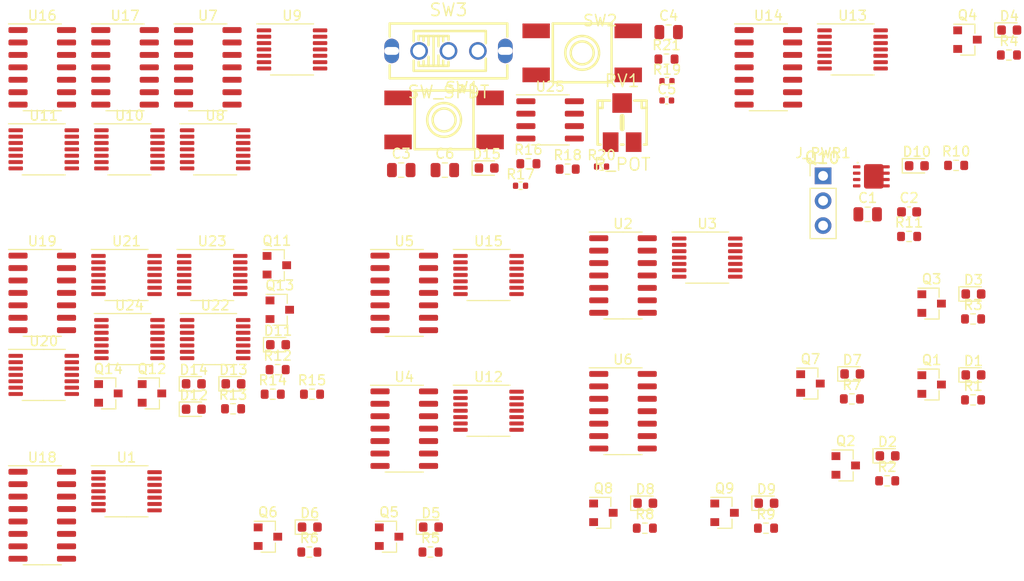
<source format=kicad_pcb>
(kicad_pcb (version 20171130) (host pcbnew 5.1.9-73d0e3b20d~88~ubuntu18.04.1)
  (layers (0 F.Cu signal) (31 B.Cu signal) (34 B.Paste user) (35 F.Paste user) (36 B.SilkS user) (37 F.SilkS user) (38 B.Mask user) (39 F.Mask user) (44 Edge.Cuts user))
  (net 0 "")
  (net 1 GND)
  (net 2 "Net-(C5-Pad1)")
  (net 3 RAW_CLK)
  (net 4 "Net-(D15-Pad1)")
  (net 5 "Net-(R17-Pad2)")
  (net 6 "Net-(R19-Pad2)")
  (net 7 +5V)
  (net 8 "Net-(R21-Pad1)")
  (net 9 VCC)
  (net 10 COUNTER_RST)
  (net 11 CLK)
  (net 12 "Net-(D1-Pad2)")
  (net 13 "Net-(D2-Pad2)")
  (net 14 "Net-(D3-Pad2)")
  (net 15 "Net-(D4-Pad2)")
  (net 16 "Net-(D5-Pad2)")
  (net 17 "Net-(D6-Pad2)")
  (net 18 "Net-(D7-Pad2)")
  (net 19 "Net-(D8-Pad2)")
  (net 20 "Net-(D9-Pad2)")
  (net 21 "Net-(D10-Pad2)")
  (net 22 "Net-(D11-Pad2)")
  (net 23 "Net-(D12-Pad2)")
  (net 24 "Net-(D13-Pad2)")
  (net 25 "Net-(D14-Pad2)")
  (net 26 "Net-(J_PWR1-Pad2)")
  (net 27 "Net-(Q1-Pad2)")
  (net 28 LED1)
  (net 29 "Net-(Q2-Pad2)")
  (net 30 LED2)
  (net 31 "Net-(Q3-Pad2)")
  (net 32 LED3)
  (net 33 "Net-(Q4-Pad2)")
  (net 34 LED4)
  (net 35 "Net-(Q5-Pad2)")
  (net 36 LED5)
  (net 37 "Net-(Q6-Pad2)")
  (net 38 "Net-(Q7-Pad2)")
  (net 39 "Net-(Q8-Pad2)")
  (net 40 LED8)
  (net 41 "Net-(Q9-Pad2)")
  (net 42 "Net-(Q11-Pad2)")
  (net 43 "/Selection Driver/S1")
  (net 44 "Net-(Q12-Pad2)")
  (net 45 "/Selection Driver/S2")
  (net 46 "Net-(Q13-Pad2)")
  (net 47 "/Selection Driver/S0")
  (net 48 "Net-(Q14-Pad2)")
  (net 49 "/Selection Driver/S3")
  (net 50 "Net-(Q10-Pad4)")
  (net 51 "Net-(U2-Pad10)")
  (net 52 "Net-(U2-Pad6)")
  (net 53 "Net-(U1-Pad8)")
  (net 54 "Net-(U2-Pad4)")
  (net 55 "Net-(U1-Pad3)")
  (net 56 "Net-(U1-Pad6)")
  (net 57 Q7)
  (net 58 Q8)
  (net 59 "Net-(U3-Pad6)")
  (net 60 "Net-(U3-Pad3)")
  (net 61 Q5)
  (net 62 Q6)
  (net 63 "Net-(U15-Pad3)")
  (net 64 "Net-(U15-Pad11)")
  (net 65 "Net-(U12-Pad3)")
  (net 66 "Net-(U12-Pad6)")
  (net 67 Q1)
  (net 68 "Net-(U11-Pad3)")
  (net 69 "Net-(U10-Pad6)")
  (net 70 Q0)
  (net 71 "Net-(U10-Pad3)")
  (net 72 "Net-(U13-Pad8)")
  (net 73 "Net-(U13-Pad11)")
  (net 74 "Net-(U14-Pad4)")
  (net 75 "Net-(U14-Pad3)")
  (net 76 "Net-(U13-Pad3)")
  (net 77 "Net-(U13-Pad6)")
  (net 78 "Net-(U11-Pad11)")
  (net 79 Q3)
  (net 80 "Net-(U10-Pad8)")
  (net 81 Q2)
  (net 82 "Net-(U11-Pad6)")
  (net 83 Q4)
  (net 84 "Net-(U11-Pad8)")
  (net 85 "/Display Driver/74HC42/D4")
  (net 86 "/Display Driver/74HC42/D3")
  (net 87 "/Display Driver/74HC42/D1")
  (net 88 "/Display Driver/74HC42/D0")
  (net 89 "/Selection Driver/D1")
  (net 90 "/Selection Driver/D0")
  (net 91 "Net-(U19-Pad2)")
  (net 92 "Net-(U19-Pad1)")
  (net 93 "Net-(U11-Pad1)")
  (net 94 "Net-(U10-Pad2)")
  (net 95 "Net-(U10-Pad1)")
  (net 96 "Net-(U10-Pad12)")
  (net 97 "Net-(U11-Pad4)")
  (net 98 "Net-(U10-Pad10)")
  (net 99 "Net-(U10-Pad4)")
  (net 100 "Net-(U10-Pad11)")
  (net 101 "Net-(U15-Pad13)")
  (net 102 "Net-(U15-Pad10)")
  (net 103 "Net-(U20-Pad12)")
  (net 104 "Net-(U20-Pad11)")
  (net 105 "Net-(U20-Pad8)")
  (net 106 "Net-(U21-Pad11)")
  (net 107 "Net-(U21-Pad3)")
  (net 108 "Net-(U21-Pad8)")
  (net 109 "Net-(U22-Pad6)")
  (net 110 "Net-(U22-Pad3)")
  (net 111 "Net-(U23-Pad12)")
  (net 112 "Net-(U23-Pad11)")
  (module Package_SO:SOIC-8_3.9x4.9mm_P1.27mm (layer F.Cu) (at 150.968 97.03)
    (fp_text reference U25 (at 0 -3.4) (layer F.SilkS))
    (fp_text value LM555xM)
    (pad 8 smd roundrect (at 2.475 -1.905) (size 1.95 0.6) (layers F.Cu F.Paste F.Mask) (net 7 +5V))
    (pad 7 smd roundrect (at 2.475 -0.635) (size 1.95 0.6) (layers F.Cu F.Paste F.Mask) (net 6 "Net-(R19-Pad2)"))
    (pad 6 smd roundrect (at 2.475 0.635) (size 1.95 0.6) (layers F.Cu F.Paste F.Mask) (net 2 "Net-(C5-Pad1)"))
    (pad 5 smd roundrect (at 2.475 1.905) (size 1.95 0.6) (layers F.Cu F.Paste F.Mask) (net 2 "Net-(C5-Pad1)"))
    (pad 4 smd roundrect (at -2.475 1.905) (size 1.95 0.6) (layers F.Cu F.Paste F.Mask) (net 7 +5V))
    (pad 3 smd roundrect (at -2.475 0.635) (size 1.95 0.6) (layers F.Cu F.Paste F.Mask) (net 3 RAW_CLK))
    (pad 2 smd roundrect (at -2.475 -0.635) (size 1.95 0.6) (layers F.Cu F.Paste F.Mask) (net 2 "Net-(C5-Pad1)"))
    (pad 1 smd roundrect (at -2.475 -1.905) (size 1.95 0.6) (layers F.Cu F.Paste F.Mask) (net 1 GND))
  )
  (module Package_SO:TSSOP-14_4.4x5mm_P0.65mm (layer F.Cu) (at 108.018 119.43)
    (fp_text reference U24 (at 0 -3.45) (layer F.SilkS))
    (fp_text value 74HC74)
    (pad 14 smd roundrect (at 2.8625 -1.95) (size 1.475 0.4) (layers F.Cu F.Paste F.Mask) (net 7 +5V))
    (pad 13 smd roundrect (at 2.8625 -1.3) (size 1.475 0.4) (layers F.Cu F.Paste F.Mask))
    (pad 12 smd roundrect (at 2.8625 -0.65) (size 1.475 0.4) (layers F.Cu F.Paste F.Mask))
    (pad 11 smd roundrect (at 2.8625 0) (size 1.475 0.4) (layers F.Cu F.Paste F.Mask))
    (pad 10 smd roundrect (at 2.8625 0.65) (size 1.475 0.4) (layers F.Cu F.Paste F.Mask))
    (pad 9 smd roundrect (at 2.8625 1.3) (size 1.475 0.4) (layers F.Cu F.Paste F.Mask))
    (pad 8 smd roundrect (at 2.8625 1.95) (size 1.475 0.4) (layers F.Cu F.Paste F.Mask))
    (pad 7 smd roundrect (at -2.8625 1.95) (size 1.475 0.4) (layers F.Cu F.Paste F.Mask) (net 1 GND))
    (pad 6 smd roundrect (at -2.8625 1.3) (size 1.475 0.4) (layers F.Cu F.Paste F.Mask))
    (pad 5 smd roundrect (at -2.8625 0.65) (size 1.475 0.4) (layers F.Cu F.Paste F.Mask))
    (pad 4 smd roundrect (at -2.8625 0) (size 1.475 0.4) (layers F.Cu F.Paste F.Mask))
    (pad 3 smd roundrect (at -2.8625 -0.65) (size 1.475 0.4) (layers F.Cu F.Paste F.Mask))
    (pad 2 smd roundrect (at -2.8625 -1.3) (size 1.475 0.4) (layers F.Cu F.Paste F.Mask))
    (pad 1 smd roundrect (at -2.8625 -1.95) (size 1.475 0.4) (layers F.Cu F.Paste F.Mask))
  )
  (module Package_SO:TSSOP-14_4.4x5mm_P0.65mm (layer F.Cu) (at 116.468 112.88)
    (fp_text reference U23 (at 0 -3.45) (layer F.SilkS))
    (fp_text value 74HC74)
    (pad 14 smd roundrect (at 2.8625 -1.95) (size 1.475 0.4) (layers F.Cu F.Paste F.Mask) (net 7 +5V))
    (pad 13 smd roundrect (at 2.8625 -1.3) (size 1.475 0.4) (layers F.Cu F.Paste F.Mask) (net 9 VCC))
    (pad 12 smd roundrect (at 2.8625 -0.65) (size 1.475 0.4) (layers F.Cu F.Paste F.Mask) (net 111 "Net-(U23-Pad12)"))
    (pad 11 smd roundrect (at 2.8625 0) (size 1.475 0.4) (layers F.Cu F.Paste F.Mask) (net 112 "Net-(U23-Pad11)"))
    (pad 10 smd roundrect (at 2.8625 0.65) (size 1.475 0.4) (layers F.Cu F.Paste F.Mask) (net 9 VCC))
    (pad 9 smd roundrect (at 2.8625 1.3) (size 1.475 0.4) (layers F.Cu F.Paste F.Mask) (net 89 "/Selection Driver/D1"))
    (pad 8 smd roundrect (at 2.8625 1.95) (size 1.475 0.4) (layers F.Cu F.Paste F.Mask) (net 111 "Net-(U23-Pad12)"))
    (pad 7 smd roundrect (at -2.8625 1.95) (size 1.475 0.4) (layers F.Cu F.Paste F.Mask) (net 1 GND))
    (pad 6 smd roundrect (at -2.8625 1.3) (size 1.475 0.4) (layers F.Cu F.Paste F.Mask) (net 112 "Net-(U23-Pad11)"))
    (pad 5 smd roundrect (at -2.8625 0.65) (size 1.475 0.4) (layers F.Cu F.Paste F.Mask) (net 90 "/Selection Driver/D0"))
    (pad 4 smd roundrect (at -2.8625 0) (size 1.475 0.4) (layers F.Cu F.Paste F.Mask) (net 9 VCC))
    (pad 3 smd roundrect (at -2.8625 -0.65) (size 1.475 0.4) (layers F.Cu F.Paste F.Mask) (net 10 COUNTER_RST))
    (pad 2 smd roundrect (at -2.8625 -1.3) (size 1.475 0.4) (layers F.Cu F.Paste F.Mask) (net 112 "Net-(U23-Pad11)"))
    (pad 1 smd roundrect (at -2.8625 -1.95) (size 1.475 0.4) (layers F.Cu F.Paste F.Mask) (net 9 VCC))
  )
  (module Package_SO:TSSOP-14_4.4x5mm_P0.65mm (layer F.Cu) (at 116.768 119.43)
    (fp_text reference U22 (at 0 -3.45) (layer F.SilkS))
    (fp_text value 74HC00)
    (pad 14 smd roundrect (at 2.8625 -1.95) (size 1.475 0.4) (layers F.Cu F.Paste F.Mask) (net 7 +5V))
    (pad 13 smd roundrect (at 2.8625 -1.3) (size 1.475 0.4) (layers F.Cu F.Paste F.Mask))
    (pad 12 smd roundrect (at 2.8625 -0.65) (size 1.475 0.4) (layers F.Cu F.Paste F.Mask))
    (pad 11 smd roundrect (at 2.8625 0) (size 1.475 0.4) (layers F.Cu F.Paste F.Mask))
    (pad 10 smd roundrect (at 2.8625 0.65) (size 1.475 0.4) (layers F.Cu F.Paste F.Mask) (net 106 "Net-(U21-Pad11)"))
    (pad 9 smd roundrect (at 2.8625 1.3) (size 1.475 0.4) (layers F.Cu F.Paste F.Mask) (net 109 "Net-(U22-Pad6)"))
    (pad 8 smd roundrect (at 2.8625 1.95) (size 1.475 0.4) (layers F.Cu F.Paste F.Mask) (net 10 COUNTER_RST))
    (pad 7 smd roundrect (at -2.8625 1.95) (size 1.475 0.4) (layers F.Cu F.Paste F.Mask) (net 1 GND))
    (pad 6 smd roundrect (at -2.8625 1.3) (size 1.475 0.4) (layers F.Cu F.Paste F.Mask) (net 109 "Net-(U22-Pad6)"))
    (pad 5 smd roundrect (at -2.8625 0.65) (size 1.475 0.4) (layers F.Cu F.Paste F.Mask) (net 110 "Net-(U22-Pad3)"))
    (pad 4 smd roundrect (at -2.8625 0) (size 1.475 0.4) (layers F.Cu F.Paste F.Mask) (net 110 "Net-(U22-Pad3)"))
    (pad 3 smd roundrect (at -2.8625 -0.65) (size 1.475 0.4) (layers F.Cu F.Paste F.Mask) (net 110 "Net-(U22-Pad3)"))
    (pad 2 smd roundrect (at -2.8625 -1.3) (size 1.475 0.4) (layers F.Cu F.Paste F.Mask) (net 104 "Net-(U20-Pad11)"))
    (pad 1 smd roundrect (at -2.8625 -1.95) (size 1.475 0.4) (layers F.Cu F.Paste F.Mask) (net 108 "Net-(U21-Pad8)"))
  )
  (module Package_SO:TSSOP-14_4.4x5mm_P0.65mm (layer F.Cu) (at 107.718 112.88)
    (fp_text reference U21 (at 0 -3.45) (layer F.SilkS))
    (fp_text value 74HC00)
    (pad 14 smd roundrect (at 2.8625 -1.95) (size 1.475 0.4) (layers F.Cu F.Paste F.Mask) (net 7 +5V))
    (pad 13 smd roundrect (at 2.8625 -1.3) (size 1.475 0.4) (layers F.Cu F.Paste F.Mask) (net 45 "/Selection Driver/S2"))
    (pad 12 smd roundrect (at 2.8625 -0.65) (size 1.475 0.4) (layers F.Cu F.Paste F.Mask) (net 105 "Net-(U20-Pad8)"))
    (pad 11 smd roundrect (at 2.8625 0) (size 1.475 0.4) (layers F.Cu F.Paste F.Mask) (net 106 "Net-(U21-Pad11)"))
    (pad 10 smd roundrect (at 2.8625 0.65) (size 1.475 0.4) (layers F.Cu F.Paste F.Mask) (net 47 "/Selection Driver/S0"))
    (pad 9 smd roundrect (at 2.8625 1.3) (size 1.475 0.4) (layers F.Cu F.Paste F.Mask) (net 107 "Net-(U21-Pad3)"))
    (pad 8 smd roundrect (at 2.8625 1.95) (size 1.475 0.4) (layers F.Cu F.Paste F.Mask) (net 108 "Net-(U21-Pad8)"))
    (pad 7 smd roundrect (at -2.8625 1.95) (size 1.475 0.4) (layers F.Cu F.Paste F.Mask) (net 1 GND))
    (pad 6 smd roundrect (at -2.8625 1.3) (size 1.475 0.4) (layers F.Cu F.Paste F.Mask) (net 103 "Net-(U20-Pad12)"))
    (pad 5 smd roundrect (at -2.8625 0.65) (size 1.475 0.4) (layers F.Cu F.Paste F.Mask) (net 62 Q6))
    (pad 4 smd roundrect (at -2.8625 0) (size 1.475 0.4) (layers F.Cu F.Paste F.Mask) (net 62 Q6))
    (pad 3 smd roundrect (at -2.8625 -0.65) (size 1.475 0.4) (layers F.Cu F.Paste F.Mask) (net 107 "Net-(U21-Pad3)"))
    (pad 2 smd roundrect (at -2.8625 -1.3) (size 1.475 0.4) (layers F.Cu F.Paste F.Mask) (net 83 Q4))
    (pad 1 smd roundrect (at -2.8625 -1.95) (size 1.475 0.4) (layers F.Cu F.Paste F.Mask) (net 83 Q4))
  )
  (module Package_SO:TSSOP-14_4.4x5mm_P0.65mm (layer F.Cu) (at 99.268 123.09)
    (fp_text reference U20 (at 0 -3.45) (layer F.SilkS))
    (fp_text value 74HC00)
    (pad 14 smd roundrect (at 2.8625 -1.95) (size 1.475 0.4) (layers F.Cu F.Paste F.Mask) (net 7 +5V))
    (pad 13 smd roundrect (at 2.8625 -1.3) (size 1.475 0.4) (layers F.Cu F.Paste F.Mask) (net 43 "/Selection Driver/S1"))
    (pad 12 smd roundrect (at 2.8625 -0.65) (size 1.475 0.4) (layers F.Cu F.Paste F.Mask) (net 103 "Net-(U20-Pad12)"))
    (pad 11 smd roundrect (at 2.8625 0) (size 1.475 0.4) (layers F.Cu F.Paste F.Mask) (net 104 "Net-(U20-Pad11)"))
    (pad 10 smd roundrect (at 2.8625 0.65) (size 1.475 0.4) (layers F.Cu F.Paste F.Mask) (net 58 Q8))
    (pad 9 smd roundrect (at 2.8625 1.3) (size 1.475 0.4) (layers F.Cu F.Paste F.Mask) (net 58 Q8))
    (pad 8 smd roundrect (at 2.8625 1.95) (size 1.475 0.4) (layers F.Cu F.Paste F.Mask) (net 105 "Net-(U20-Pad8)"))
    (pad 7 smd roundrect (at -2.8625 1.95) (size 1.475 0.4) (layers F.Cu F.Paste F.Mask) (net 1 GND))
    (pad 6 smd roundrect (at -2.8625 1.3) (size 1.475 0.4) (layers F.Cu F.Paste F.Mask) (net 91 "Net-(U19-Pad2)"))
    (pad 5 smd roundrect (at -2.8625 0.65) (size 1.475 0.4) (layers F.Cu F.Paste F.Mask) (net 89 "/Selection Driver/D1"))
    (pad 4 smd roundrect (at -2.8625 0) (size 1.475 0.4) (layers F.Cu F.Paste F.Mask) (net 89 "/Selection Driver/D1"))
    (pad 3 smd roundrect (at -2.8625 -0.65) (size 1.475 0.4) (layers F.Cu F.Paste F.Mask) (net 92 "Net-(U19-Pad1)"))
    (pad 2 smd roundrect (at -2.8625 -1.3) (size 1.475 0.4) (layers F.Cu F.Paste F.Mask) (net 90 "/Selection Driver/D0"))
    (pad 1 smd roundrect (at -2.8625 -1.95) (size 1.475 0.4) (layers F.Cu F.Paste F.Mask) (net 90 "/Selection Driver/D0"))
  )
  (module Package_SO:SOIC-14_3.9x8.7mm_P1.27mm (layer F.Cu) (at 99.118 114.71)
    (fp_text reference U19 (at 0 -5.28) (layer F.SilkS))
    (fp_text value 74HC08)
    (pad 14 smd roundrect (at 2.475 -3.81) (size 1.95 0.6) (layers F.Cu F.Paste F.Mask) (net 7 +5V))
    (pad 13 smd roundrect (at 2.475 -2.54) (size 1.95 0.6) (layers F.Cu F.Paste F.Mask) (net 89 "/Selection Driver/D1"))
    (pad 12 smd roundrect (at 2.475 -1.27) (size 1.95 0.6) (layers F.Cu F.Paste F.Mask) (net 90 "/Selection Driver/D0"))
    (pad 11 smd roundrect (at 2.475 0) (size 1.95 0.6) (layers F.Cu F.Paste F.Mask) (net 49 "/Selection Driver/S3"))
    (pad 10 smd roundrect (at 2.475 1.27) (size 1.95 0.6) (layers F.Cu F.Paste F.Mask) (net 90 "/Selection Driver/D0"))
    (pad 9 smd roundrect (at 2.475 2.54) (size 1.95 0.6) (layers F.Cu F.Paste F.Mask) (net 91 "Net-(U19-Pad2)"))
    (pad 8 smd roundrect (at 2.475 3.81) (size 1.95 0.6) (layers F.Cu F.Paste F.Mask) (net 45 "/Selection Driver/S2"))
    (pad 7 smd roundrect (at -2.475 3.81) (size 1.95 0.6) (layers F.Cu F.Paste F.Mask) (net 1 GND))
    (pad 6 smd roundrect (at -2.475 2.54) (size 1.95 0.6) (layers F.Cu F.Paste F.Mask) (net 43 "/Selection Driver/S1"))
    (pad 5 smd roundrect (at -2.475 1.27) (size 1.95 0.6) (layers F.Cu F.Paste F.Mask) (net 92 "Net-(U19-Pad1)"))
    (pad 4 smd roundrect (at -2.475 0) (size 1.95 0.6) (layers F.Cu F.Paste F.Mask) (net 89 "/Selection Driver/D1"))
    (pad 3 smd roundrect (at -2.475 -1.27) (size 1.95 0.6) (layers F.Cu F.Paste F.Mask) (net 47 "/Selection Driver/S0"))
    (pad 2 smd roundrect (at -2.475 -2.54) (size 1.95 0.6) (layers F.Cu F.Paste F.Mask) (net 91 "Net-(U19-Pad2)"))
    (pad 1 smd roundrect (at -2.475 -3.81) (size 1.95 0.6) (layers F.Cu F.Paste F.Mask) (net 92 "Net-(U19-Pad1)"))
  )
  (module Package_SO:SOIC-16_3.9x9.9mm_P1.27mm (layer F.Cu) (at 99.118 137.43)
    (fp_text reference U18 (at 0 -5.9) (layer F.SilkS))
    (fp_text value HEF4518BT)
    (pad 16 smd roundrect (at 2.475 -4.445) (size 1.95 0.6) (layers F.Cu F.Paste F.Mask) (net 7 +5V))
    (pad 15 smd roundrect (at 2.475 -3.175) (size 1.95 0.6) (layers F.Cu F.Paste F.Mask))
    (pad 14 smd roundrect (at 2.475 -1.905) (size 1.95 0.6) (layers F.Cu F.Paste F.Mask))
    (pad 13 smd roundrect (at 2.475 -0.635) (size 1.95 0.6) (layers F.Cu F.Paste F.Mask))
    (pad 12 smd roundrect (at 2.475 0.635) (size 1.95 0.6) (layers F.Cu F.Paste F.Mask))
    (pad 11 smd roundrect (at 2.475 1.905) (size 1.95 0.6) (layers F.Cu F.Paste F.Mask))
    (pad 10 smd roundrect (at 2.475 3.175) (size 1.95 0.6) (layers F.Cu F.Paste F.Mask))
    (pad 9 smd roundrect (at 2.475 4.445) (size 1.95 0.6) (layers F.Cu F.Paste F.Mask))
    (pad 8 smd roundrect (at -2.475 4.445) (size 1.95 0.6) (layers F.Cu F.Paste F.Mask) (net 1 GND))
    (pad 7 smd roundrect (at -2.475 3.175) (size 1.95 0.6) (layers F.Cu F.Paste F.Mask) (net 10 COUNTER_RST))
    (pad 6 smd roundrect (at -2.475 1.905) (size 1.95 0.6) (layers F.Cu F.Paste F.Mask) (net 85 "/Display Driver/74HC42/D4"))
    (pad 5 smd roundrect (at -2.475 0.635) (size 1.95 0.6) (layers F.Cu F.Paste F.Mask) (net 86 "/Display Driver/74HC42/D3"))
    (pad 4 smd roundrect (at -2.475 -0.635) (size 1.95 0.6) (layers F.Cu F.Paste F.Mask) (net 87 "/Display Driver/74HC42/D1"))
    (pad 3 smd roundrect (at -2.475 -1.905) (size 1.95 0.6) (layers F.Cu F.Paste F.Mask) (net 88 "/Display Driver/74HC42/D0"))
    (pad 2 smd roundrect (at -2.475 -3.175) (size 1.95 0.6) (layers F.Cu F.Paste F.Mask) (net 9 VCC))
    (pad 1 smd roundrect (at -2.475 -4.445) (size 1.95 0.6) (layers F.Cu F.Paste F.Mask) (net 11 CLK))
  )
  (module Package_SO:SOIC-14_3.9x8.7mm_P1.27mm (layer F.Cu) (at 107.568 91.66)
    (fp_text reference U17 (at 0 -5.28) (layer F.SilkS))
    (fp_text value 74HC08)
    (pad 14 smd roundrect (at 2.475 -3.81) (size 1.95 0.6) (layers F.Cu F.Paste F.Mask) (net 7 +5V))
    (pad 13 smd roundrect (at 2.475 -2.54) (size 1.95 0.6) (layers F.Cu F.Paste F.Mask) (net 82 "Net-(U11-Pad6)"))
    (pad 12 smd roundrect (at 2.475 -1.27) (size 1.95 0.6) (layers F.Cu F.Paste F.Mask) (net 78 "Net-(U11-Pad11)"))
    (pad 11 smd roundrect (at 2.475 0) (size 1.95 0.6) (layers F.Cu F.Paste F.Mask) (net 57 Q7))
    (pad 10 smd roundrect (at 2.475 1.27) (size 1.95 0.6) (layers F.Cu F.Paste F.Mask) (net 82 "Net-(U11-Pad6)"))
    (pad 9 smd roundrect (at 2.475 2.54) (size 1.95 0.6) (layers F.Cu F.Paste F.Mask) (net 80 "Net-(U10-Pad8)"))
    (pad 8 smd roundrect (at 2.475 3.81) (size 1.95 0.6) (layers F.Cu F.Paste F.Mask) (net 62 Q6))
    (pad 7 smd roundrect (at -2.475 3.81) (size 1.95 0.6) (layers F.Cu F.Paste F.Mask) (net 1 GND))
    (pad 6 smd roundrect (at -2.475 2.54) (size 1.95 0.6) (layers F.Cu F.Paste F.Mask))
    (pad 5 smd roundrect (at -2.475 1.27) (size 1.95 0.6) (layers F.Cu F.Paste F.Mask) (net 84 "Net-(U11-Pad8)"))
    (pad 4 smd roundrect (at -2.475 0) (size 1.95 0.6) (layers F.Cu F.Paste F.Mask) (net 69 "Net-(U10-Pad6)"))
    (pad 3 smd roundrect (at -2.475 -1.27) (size 1.95 0.6) (layers F.Cu F.Paste F.Mask) (net 58 Q8))
    (pad 2 smd roundrect (at -2.475 -2.54) (size 1.95 0.6) (layers F.Cu F.Paste F.Mask) (net 84 "Net-(U11-Pad8)"))
    (pad 1 smd roundrect (at -2.475 -3.81) (size 1.95 0.6) (layers F.Cu F.Paste F.Mask) (net 71 "Net-(U10-Pad3)"))
  )
  (module Package_SO:SOIC-14_3.9x8.7mm_P1.27mm (layer F.Cu) (at 99.118 91.66)
    (fp_text reference U16 (at 0 -5.28) (layer F.SilkS))
    (fp_text value 74HC08)
    (pad 14 smd roundrect (at 2.475 -3.81) (size 1.95 0.6) (layers F.Cu F.Paste F.Mask) (net 7 +5V))
    (pad 13 smd roundrect (at 2.475 -2.54) (size 1.95 0.6) (layers F.Cu F.Paste F.Mask) (net 68 "Net-(U11-Pad3)"))
    (pad 12 smd roundrect (at 2.475 -1.27) (size 1.95 0.6) (layers F.Cu F.Paste F.Mask) (net 78 "Net-(U11-Pad11)"))
    (pad 11 smd roundrect (at 2.475 0) (size 1.95 0.6) (layers F.Cu F.Paste F.Mask) (net 79 Q3))
    (pad 10 smd roundrect (at 2.475 1.27) (size 1.95 0.6) (layers F.Cu F.Paste F.Mask) (net 68 "Net-(U11-Pad3)"))
    (pad 9 smd roundrect (at 2.475 2.54) (size 1.95 0.6) (layers F.Cu F.Paste F.Mask) (net 80 "Net-(U10-Pad8)"))
    (pad 8 smd roundrect (at 2.475 3.81) (size 1.95 0.6) (layers F.Cu F.Paste F.Mask) (net 81 Q2))
    (pad 7 smd roundrect (at -2.475 3.81) (size 1.95 0.6) (layers F.Cu F.Paste F.Mask) (net 1 GND))
    (pad 6 smd roundrect (at -2.475 2.54) (size 1.95 0.6) (layers F.Cu F.Paste F.Mask) (net 61 Q5))
    (pad 5 smd roundrect (at -2.475 1.27) (size 1.95 0.6) (layers F.Cu F.Paste F.Mask) (net 82 "Net-(U11-Pad6)"))
    (pad 4 smd roundrect (at -2.475 0) (size 1.95 0.6) (layers F.Cu F.Paste F.Mask) (net 69 "Net-(U10-Pad6)"))
    (pad 3 smd roundrect (at -2.475 -1.27) (size 1.95 0.6) (layers F.Cu F.Paste F.Mask) (net 83 Q4))
    (pad 2 smd roundrect (at -2.475 -2.54) (size 1.95 0.6) (layers F.Cu F.Paste F.Mask) (net 82 "Net-(U11-Pad6)"))
    (pad 1 smd roundrect (at -2.475 -3.81) (size 1.95 0.6) (layers F.Cu F.Paste F.Mask) (net 71 "Net-(U10-Pad3)"))
  )
  (module Package_SO:TSSOP-14_4.4x5mm_P0.65mm (layer F.Cu) (at 144.678 112.88)
    (fp_text reference U15 (at 0 -3.45) (layer F.SilkS))
    (fp_text value 74HC00)
    (pad 14 smd roundrect (at 2.8625 -1.95) (size 1.475 0.4) (layers F.Cu F.Paste F.Mask) (net 7 +5V))
    (pad 13 smd roundrect (at 2.8625 -1.3) (size 1.475 0.4) (layers F.Cu F.Paste F.Mask) (net 101 "Net-(U15-Pad13)"))
    (pad 12 smd roundrect (at 2.8625 -0.65) (size 1.475 0.4) (layers F.Cu F.Paste F.Mask) (net 58 Q8))
    (pad 11 smd roundrect (at 2.8625 0) (size 1.475 0.4) (layers F.Cu F.Paste F.Mask) (net 64 "Net-(U15-Pad11)"))
    (pad 10 smd roundrect (at 2.8625 0.65) (size 1.475 0.4) (layers F.Cu F.Paste F.Mask) (net 102 "Net-(U15-Pad10)"))
    (pad 9 smd roundrect (at 2.8625 1.3) (size 1.475 0.4) (layers F.Cu F.Paste F.Mask) (net 102 "Net-(U15-Pad10)"))
    (pad 8 smd roundrect (at 2.8625 1.95) (size 1.475 0.4) (layers F.Cu F.Paste F.Mask) (net 101 "Net-(U15-Pad13)"))
    (pad 7 smd roundrect (at -2.8625 1.95) (size 1.475 0.4) (layers F.Cu F.Paste F.Mask) (net 1 GND))
    (pad 6 smd roundrect (at -2.8625 1.3) (size 1.475 0.4) (layers F.Cu F.Paste F.Mask) (net 102 "Net-(U15-Pad10)"))
    (pad 5 smd roundrect (at -2.8625 0.65) (size 1.475 0.4) (layers F.Cu F.Paste F.Mask) (net 83 Q4))
    (pad 4 smd roundrect (at -2.8625 0) (size 1.475 0.4) (layers F.Cu F.Paste F.Mask) (net 62 Q6))
    (pad 3 smd roundrect (at -2.8625 -0.65) (size 1.475 0.4) (layers F.Cu F.Paste F.Mask) (net 63 "Net-(U15-Pad3)"))
    (pad 2 smd roundrect (at -2.8625 -1.3) (size 1.475 0.4) (layers F.Cu F.Paste F.Mask) (net 70 Q0))
    (pad 1 smd roundrect (at -2.8625 -1.95) (size 1.475 0.4) (layers F.Cu F.Paste F.Mask) (net 81 Q2))
  )
  (module Package_SO:SOIC-14_3.9x8.7mm_P1.27mm (layer F.Cu) (at 173.248 91.66)
    (fp_text reference U14 (at 0 -5.28) (layer F.SilkS))
    (fp_text value 74HC32)
    (pad 14 smd roundrect (at 2.475 -3.81) (size 1.95 0.6) (layers F.Cu F.Paste F.Mask) (net 7 +5V))
    (pad 13 smd roundrect (at 2.475 -2.54) (size 1.95 0.6) (layers F.Cu F.Paste F.Mask))
    (pad 12 smd roundrect (at 2.475 -1.27) (size 1.95 0.6) (layers F.Cu F.Paste F.Mask))
    (pad 11 smd roundrect (at 2.475 0) (size 1.95 0.6) (layers F.Cu F.Paste F.Mask))
    (pad 10 smd roundrect (at 2.475 1.27) (size 1.95 0.6) (layers F.Cu F.Paste F.Mask) (net 72 "Net-(U13-Pad8)"))
    (pad 9 smd roundrect (at 2.475 2.54) (size 1.95 0.6) (layers F.Cu F.Paste F.Mask) (net 73 "Net-(U13-Pad11)"))
    (pad 8 smd roundrect (at 2.475 3.81) (size 1.95 0.6) (layers F.Cu F.Paste F.Mask) (net 74 "Net-(U14-Pad4)"))
    (pad 7 smd roundrect (at -2.475 3.81) (size 1.95 0.6) (layers F.Cu F.Paste F.Mask) (net 1 GND))
    (pad 6 smd roundrect (at -2.475 2.54) (size 1.95 0.6) (layers F.Cu F.Paste F.Mask) (net 32 LED3))
    (pad 5 smd roundrect (at -2.475 1.27) (size 1.95 0.6) (layers F.Cu F.Paste F.Mask) (net 75 "Net-(U14-Pad3)"))
    (pad 4 smd roundrect (at -2.475 0) (size 1.95 0.6) (layers F.Cu F.Paste F.Mask) (net 74 "Net-(U14-Pad4)"))
    (pad 3 smd roundrect (at -2.475 -1.27) (size 1.95 0.6) (layers F.Cu F.Paste F.Mask) (net 75 "Net-(U14-Pad3)"))
    (pad 2 smd roundrect (at -2.475 -2.54) (size 1.95 0.6) (layers F.Cu F.Paste F.Mask) (net 76 "Net-(U13-Pad3)"))
    (pad 1 smd roundrect (at -2.475 -3.81) (size 1.95 0.6) (layers F.Cu F.Paste F.Mask) (net 77 "Net-(U13-Pad6)"))
  )
  (module Package_SO:TSSOP-14_4.4x5mm_P0.65mm (layer F.Cu) (at 181.848 89.83)
    (fp_text reference U13 (at 0 -3.45) (layer F.SilkS))
    (fp_text value 74HC00)
    (pad 14 smd roundrect (at 2.8625 -1.95) (size 1.475 0.4) (layers F.Cu F.Paste F.Mask) (net 7 +5V))
    (pad 13 smd roundrect (at 2.8625 -1.3) (size 1.475 0.4) (layers F.Cu F.Paste F.Mask) (net 57 Q7))
    (pad 12 smd roundrect (at 2.8625 -0.65) (size 1.475 0.4) (layers F.Cu F.Paste F.Mask) (net 58 Q8))
    (pad 11 smd roundrect (at 2.8625 0) (size 1.475 0.4) (layers F.Cu F.Paste F.Mask) (net 73 "Net-(U13-Pad11)"))
    (pad 10 smd roundrect (at 2.8625 0.65) (size 1.475 0.4) (layers F.Cu F.Paste F.Mask) (net 62 Q6))
    (pad 9 smd roundrect (at 2.8625 1.3) (size 1.475 0.4) (layers F.Cu F.Paste F.Mask) (net 62 Q6))
    (pad 8 smd roundrect (at 2.8625 1.95) (size 1.475 0.4) (layers F.Cu F.Paste F.Mask) (net 72 "Net-(U13-Pad8)"))
    (pad 7 smd roundrect (at -2.8625 1.95) (size 1.475 0.4) (layers F.Cu F.Paste F.Mask) (net 1 GND))
    (pad 6 smd roundrect (at -2.8625 1.3) (size 1.475 0.4) (layers F.Cu F.Paste F.Mask) (net 77 "Net-(U13-Pad6)"))
    (pad 5 smd roundrect (at -2.8625 0.65) (size 1.475 0.4) (layers F.Cu F.Paste F.Mask) (net 83 Q4))
    (pad 4 smd roundrect (at -2.8625 0) (size 1.475 0.4) (layers F.Cu F.Paste F.Mask) (net 61 Q5))
    (pad 3 smd roundrect (at -2.8625 -0.65) (size 1.475 0.4) (layers F.Cu F.Paste F.Mask) (net 76 "Net-(U13-Pad3)"))
    (pad 2 smd roundrect (at -2.8625 -1.3) (size 1.475 0.4) (layers F.Cu F.Paste F.Mask) (net 81 Q2))
    (pad 1 smd roundrect (at -2.8625 -1.95) (size 1.475 0.4) (layers F.Cu F.Paste F.Mask) (net 79 Q3))
  )
  (module Package_SO:TSSOP-14_4.4x5mm_P0.65mm (layer F.Cu) (at 144.678 126.75)
    (fp_text reference U12 (at 0 -3.45) (layer F.SilkS))
    (fp_text value 74HC00)
    (pad 14 smd roundrect (at 2.8625 -1.95) (size 1.475 0.4) (layers F.Cu F.Paste F.Mask) (net 7 +5V))
    (pad 13 smd roundrect (at 2.8625 -1.3) (size 1.475 0.4) (layers F.Cu F.Paste F.Mask))
    (pad 12 smd roundrect (at 2.8625 -0.65) (size 1.475 0.4) (layers F.Cu F.Paste F.Mask))
    (pad 11 smd roundrect (at 2.8625 0) (size 1.475 0.4) (layers F.Cu F.Paste F.Mask))
    (pad 10 smd roundrect (at 2.8625 0.65) (size 1.475 0.4) (layers F.Cu F.Paste F.Mask))
    (pad 9 smd roundrect (at 2.8625 1.3) (size 1.475 0.4) (layers F.Cu F.Paste F.Mask))
    (pad 8 smd roundrect (at 2.8625 1.95) (size 1.475 0.4) (layers F.Cu F.Paste F.Mask))
    (pad 7 smd roundrect (at -2.8625 1.95) (size 1.475 0.4) (layers F.Cu F.Paste F.Mask) (net 1 GND))
    (pad 6 smd roundrect (at -2.8625 1.3) (size 1.475 0.4) (layers F.Cu F.Paste F.Mask) (net 66 "Net-(U12-Pad6)"))
    (pad 5 smd roundrect (at -2.8625 0.65) (size 1.475 0.4) (layers F.Cu F.Paste F.Mask) (net 57 Q7))
    (pad 4 smd roundrect (at -2.8625 0) (size 1.475 0.4) (layers F.Cu F.Paste F.Mask) (net 58 Q8))
    (pad 3 smd roundrect (at -2.8625 -0.65) (size 1.475 0.4) (layers F.Cu F.Paste F.Mask) (net 65 "Net-(U12-Pad3)"))
    (pad 2 smd roundrect (at -2.8625 -1.3) (size 1.475 0.4) (layers F.Cu F.Paste F.Mask) (net 61 Q5))
    (pad 1 smd roundrect (at -2.8625 -1.95) (size 1.475 0.4) (layers F.Cu F.Paste F.Mask) (net 62 Q6))
  )
  (module Package_SO:TSSOP-14_4.4x5mm_P0.65mm (layer F.Cu) (at 99.268 100.04)
    (fp_text reference U11 (at 0 -3.45) (layer F.SilkS))
    (fp_text value 74HC00)
    (pad 14 smd roundrect (at 2.8625 -1.95) (size 1.475 0.4) (layers F.Cu F.Paste F.Mask) (net 7 +5V))
    (pad 13 smd roundrect (at 2.8625 -1.3) (size 1.475 0.4) (layers F.Cu F.Paste F.Mask) (net 98 "Net-(U10-Pad10)"))
    (pad 12 smd roundrect (at 2.8625 -0.65) (size 1.475 0.4) (layers F.Cu F.Paste F.Mask) (net 99 "Net-(U10-Pad4)"))
    (pad 11 smd roundrect (at 2.8625 0) (size 1.475 0.4) (layers F.Cu F.Paste F.Mask) (net 78 "Net-(U11-Pad11)"))
    (pad 10 smd roundrect (at 2.8625 0.65) (size 1.475 0.4) (layers F.Cu F.Paste F.Mask) (net 100 "Net-(U10-Pad11)"))
    (pad 9 smd roundrect (at 2.8625 1.3) (size 1.475 0.4) (layers F.Cu F.Paste F.Mask) (net 93 "Net-(U11-Pad1)"))
    (pad 8 smd roundrect (at 2.8625 1.95) (size 1.475 0.4) (layers F.Cu F.Paste F.Mask) (net 84 "Net-(U11-Pad8)"))
    (pad 7 smd roundrect (at -2.8625 1.95) (size 1.475 0.4) (layers F.Cu F.Paste F.Mask) (net 1 GND))
    (pad 6 smd roundrect (at -2.8625 1.3) (size 1.475 0.4) (layers F.Cu F.Paste F.Mask) (net 82 "Net-(U11-Pad6)"))
    (pad 5 smd roundrect (at -2.8625 0.65) (size 1.475 0.4) (layers F.Cu F.Paste F.Mask) (net 96 "Net-(U10-Pad12)"))
    (pad 4 smd roundrect (at -2.8625 0) (size 1.475 0.4) (layers F.Cu F.Paste F.Mask) (net 97 "Net-(U11-Pad4)"))
    (pad 3 smd roundrect (at -2.8625 -0.65) (size 1.475 0.4) (layers F.Cu F.Paste F.Mask) (net 68 "Net-(U11-Pad3)"))
    (pad 2 smd roundrect (at -2.8625 -1.3) (size 1.475 0.4) (layers F.Cu F.Paste F.Mask) (net 96 "Net-(U10-Pad12)"))
    (pad 1 smd roundrect (at -2.8625 -1.95) (size 1.475 0.4) (layers F.Cu F.Paste F.Mask) (net 93 "Net-(U11-Pad1)"))
  )
  (module Package_SO:TSSOP-14_4.4x5mm_P0.65mm (layer F.Cu) (at 108.018 100.04)
    (fp_text reference U10 (at 0 -3.45) (layer F.SilkS))
    (fp_text value 74HC00)
    (pad 14 smd roundrect (at 2.8625 -1.95) (size 1.475 0.4) (layers F.Cu F.Paste F.Mask) (net 7 +5V))
    (pad 13 smd roundrect (at 2.8625 -1.3) (size 1.475 0.4) (layers F.Cu F.Paste F.Mask) (net 96 "Net-(U10-Pad12)"))
    (pad 12 smd roundrect (at 2.8625 -0.65) (size 1.475 0.4) (layers F.Cu F.Paste F.Mask) (net 96 "Net-(U10-Pad12)"))
    (pad 11 smd roundrect (at 2.8625 0) (size 1.475 0.4) (layers F.Cu F.Paste F.Mask) (net 100 "Net-(U10-Pad11)"))
    (pad 10 smd roundrect (at 2.8625 0.65) (size 1.475 0.4) (layers F.Cu F.Paste F.Mask) (net 98 "Net-(U10-Pad10)"))
    (pad 9 smd roundrect (at 2.8625 1.3) (size 1.475 0.4) (layers F.Cu F.Paste F.Mask) (net 95 "Net-(U10-Pad1)"))
    (pad 8 smd roundrect (at 2.8625 1.95) (size 1.475 0.4) (layers F.Cu F.Paste F.Mask) (net 80 "Net-(U10-Pad8)"))
    (pad 7 smd roundrect (at -2.8625 1.95) (size 1.475 0.4) (layers F.Cu F.Paste F.Mask) (net 1 GND))
    (pad 6 smd roundrect (at -2.8625 1.3) (size 1.475 0.4) (layers F.Cu F.Paste F.Mask) (net 69 "Net-(U10-Pad6)"))
    (pad 5 smd roundrect (at -2.8625 0.65) (size 1.475 0.4) (layers F.Cu F.Paste F.Mask) (net 94 "Net-(U10-Pad2)"))
    (pad 4 smd roundrect (at -2.8625 0) (size 1.475 0.4) (layers F.Cu F.Paste F.Mask) (net 99 "Net-(U10-Pad4)"))
    (pad 3 smd roundrect (at -2.8625 -0.65) (size 1.475 0.4) (layers F.Cu F.Paste F.Mask) (net 71 "Net-(U10-Pad3)"))
    (pad 2 smd roundrect (at -2.8625 -1.3) (size 1.475 0.4) (layers F.Cu F.Paste F.Mask) (net 94 "Net-(U10-Pad2)"))
    (pad 1 smd roundrect (at -2.8625 -1.95) (size 1.475 0.4) (layers F.Cu F.Paste F.Mask) (net 95 "Net-(U10-Pad1)"))
  )
  (module Package_SO:TSSOP-14_4.4x5mm_P0.65mm (layer F.Cu) (at 124.618 89.83)
    (fp_text reference U9 (at 0 -3.45) (layer F.SilkS))
    (fp_text value 74HC00)
    (pad 14 smd roundrect (at 2.8625 -1.95) (size 1.475 0.4) (layers F.Cu F.Paste F.Mask) (net 7 +5V))
    (pad 13 smd roundrect (at 2.8625 -1.3) (size 1.475 0.4) (layers F.Cu F.Paste F.Mask) (net 85 "/Display Driver/74HC42/D4"))
    (pad 12 smd roundrect (at 2.8625 -0.65) (size 1.475 0.4) (layers F.Cu F.Paste F.Mask) (net 85 "/Display Driver/74HC42/D4"))
    (pad 11 smd roundrect (at 2.8625 0) (size 1.475 0.4) (layers F.Cu F.Paste F.Mask) (net 96 "Net-(U10-Pad12)"))
    (pad 10 smd roundrect (at 2.8625 0.65) (size 1.475 0.4) (layers F.Cu F.Paste F.Mask) (net 93 "Net-(U11-Pad1)"))
    (pad 9 smd roundrect (at 2.8625 1.3) (size 1.475 0.4) (layers F.Cu F.Paste F.Mask) (net 93 "Net-(U11-Pad1)"))
    (pad 8 smd roundrect (at 2.8625 1.95) (size 1.475 0.4) (layers F.Cu F.Paste F.Mask) (net 97 "Net-(U11-Pad4)"))
    (pad 7 smd roundrect (at -2.8625 1.95) (size 1.475 0.4) (layers F.Cu F.Paste F.Mask) (net 1 GND))
    (pad 6 smd roundrect (at -2.8625 1.3) (size 1.475 0.4) (layers F.Cu F.Paste F.Mask) (net 98 "Net-(U10-Pad10)"))
    (pad 5 smd roundrect (at -2.8625 0.65) (size 1.475 0.4) (layers F.Cu F.Paste F.Mask) (net 94 "Net-(U10-Pad2)"))
    (pad 4 smd roundrect (at -2.8625 0) (size 1.475 0.4) (layers F.Cu F.Paste F.Mask) (net 94 "Net-(U10-Pad2)"))
    (pad 3 smd roundrect (at -2.8625 -0.65) (size 1.475 0.4) (layers F.Cu F.Paste F.Mask) (net 99 "Net-(U10-Pad4)"))
    (pad 2 smd roundrect (at -2.8625 -1.3) (size 1.475 0.4) (layers F.Cu F.Paste F.Mask) (net 95 "Net-(U10-Pad1)"))
    (pad 1 smd roundrect (at -2.8625 -1.95) (size 1.475 0.4) (layers F.Cu F.Paste F.Mask) (net 95 "Net-(U10-Pad1)"))
  )
  (module Package_SO:TSSOP-14_4.4x5mm_P0.65mm (layer F.Cu) (at 116.768 100.04)
    (fp_text reference U8 (at 0 -3.45) (layer F.SilkS))
    (fp_text value 74HC00)
    (pad 14 smd roundrect (at 2.8625 -1.95) (size 1.475 0.4) (layers F.Cu F.Paste F.Mask) (net 7 +5V))
    (pad 13 smd roundrect (at 2.8625 -1.3) (size 1.475 0.4) (layers F.Cu F.Paste F.Mask))
    (pad 12 smd roundrect (at 2.8625 -0.65) (size 1.475 0.4) (layers F.Cu F.Paste F.Mask))
    (pad 11 smd roundrect (at 2.8625 0) (size 1.475 0.4) (layers F.Cu F.Paste F.Mask))
    (pad 10 smd roundrect (at 2.8625 0.65) (size 1.475 0.4) (layers F.Cu F.Paste F.Mask) (net 86 "/Display Driver/74HC42/D3"))
    (pad 9 smd roundrect (at 2.8625 1.3) (size 1.475 0.4) (layers F.Cu F.Paste F.Mask) (net 86 "/Display Driver/74HC42/D3"))
    (pad 8 smd roundrect (at 2.8625 1.95) (size 1.475 0.4) (layers F.Cu F.Paste F.Mask) (net 93 "Net-(U11-Pad1)"))
    (pad 7 smd roundrect (at -2.8625 1.95) (size 1.475 0.4) (layers F.Cu F.Paste F.Mask) (net 1 GND))
    (pad 6 smd roundrect (at -2.8625 1.3) (size 1.475 0.4) (layers F.Cu F.Paste F.Mask) (net 94 "Net-(U10-Pad2)"))
    (pad 5 smd roundrect (at -2.8625 0.65) (size 1.475 0.4) (layers F.Cu F.Paste F.Mask) (net 87 "/Display Driver/74HC42/D1"))
    (pad 4 smd roundrect (at -2.8625 0) (size 1.475 0.4) (layers F.Cu F.Paste F.Mask) (net 87 "/Display Driver/74HC42/D1"))
    (pad 3 smd roundrect (at -2.8625 -0.65) (size 1.475 0.4) (layers F.Cu F.Paste F.Mask) (net 95 "Net-(U10-Pad1)"))
    (pad 2 smd roundrect (at -2.8625 -1.3) (size 1.475 0.4) (layers F.Cu F.Paste F.Mask) (net 88 "/Display Driver/74HC42/D0"))
    (pad 1 smd roundrect (at -2.8625 -1.95) (size 1.475 0.4) (layers F.Cu F.Paste F.Mask) (net 88 "/Display Driver/74HC42/D0"))
  )
  (module Package_SO:SOIC-14_3.9x8.7mm_P1.27mm (layer F.Cu) (at 116.018 91.66)
    (fp_text reference U7 (at 0 -5.28) (layer F.SilkS))
    (fp_text value 74HC08)
    (pad 14 smd roundrect (at 2.475 -3.81) (size 1.95 0.6) (layers F.Cu F.Paste F.Mask) (net 7 +5V))
    (pad 13 smd roundrect (at 2.475 -2.54) (size 1.95 0.6) (layers F.Cu F.Paste F.Mask))
    (pad 12 smd roundrect (at 2.475 -1.27) (size 1.95 0.6) (layers F.Cu F.Paste F.Mask))
    (pad 11 smd roundrect (at 2.475 0) (size 1.95 0.6) (layers F.Cu F.Paste F.Mask))
    (pad 10 smd roundrect (at 2.475 1.27) (size 1.95 0.6) (layers F.Cu F.Paste F.Mask))
    (pad 9 smd roundrect (at 2.475 2.54) (size 1.95 0.6) (layers F.Cu F.Paste F.Mask))
    (pad 8 smd roundrect (at 2.475 3.81) (size 1.95 0.6) (layers F.Cu F.Paste F.Mask))
    (pad 7 smd roundrect (at -2.475 3.81) (size 1.95 0.6) (layers F.Cu F.Paste F.Mask) (net 1 GND))
    (pad 6 smd roundrect (at -2.475 2.54) (size 1.95 0.6) (layers F.Cu F.Paste F.Mask) (net 67 Q1))
    (pad 5 smd roundrect (at -2.475 1.27) (size 1.95 0.6) (layers F.Cu F.Paste F.Mask) (net 68 "Net-(U11-Pad3)"))
    (pad 4 smd roundrect (at -2.475 0) (size 1.95 0.6) (layers F.Cu F.Paste F.Mask) (net 69 "Net-(U10-Pad6)"))
    (pad 3 smd roundrect (at -2.475 -1.27) (size 1.95 0.6) (layers F.Cu F.Paste F.Mask) (net 70 Q0))
    (pad 2 smd roundrect (at -2.475 -2.54) (size 1.95 0.6) (layers F.Cu F.Paste F.Mask) (net 68 "Net-(U11-Pad3)"))
    (pad 1 smd roundrect (at -2.475 -3.81) (size 1.95 0.6) (layers F.Cu F.Paste F.Mask) (net 71 "Net-(U10-Pad3)"))
  )
  (module Package_SO:SOIC-14_3.9x8.7mm_P1.27mm (layer F.Cu) (at 158.408 126.8)
    (fp_text reference U6 (at 0 -5.28) (layer F.SilkS))
    (fp_text value 74HC32)
    (pad 14 smd roundrect (at 2.475 -3.81) (size 1.95 0.6) (layers F.Cu F.Paste F.Mask) (net 7 +5V))
    (pad 13 smd roundrect (at 2.475 -2.54) (size 1.95 0.6) (layers F.Cu F.Paste F.Mask))
    (pad 12 smd roundrect (at 2.475 -1.27) (size 1.95 0.6) (layers F.Cu F.Paste F.Mask))
    (pad 11 smd roundrect (at 2.475 0) (size 1.95 0.6) (layers F.Cu F.Paste F.Mask))
    (pad 10 smd roundrect (at 2.475 1.27) (size 1.95 0.6) (layers F.Cu F.Paste F.Mask))
    (pad 9 smd roundrect (at 2.475 2.54) (size 1.95 0.6) (layers F.Cu F.Paste F.Mask))
    (pad 8 smd roundrect (at 2.475 3.81) (size 1.95 0.6) (layers F.Cu F.Paste F.Mask))
    (pad 7 smd roundrect (at -2.475 3.81) (size 1.95 0.6) (layers F.Cu F.Paste F.Mask) (net 1 GND))
    (pad 6 smd roundrect (at -2.475 2.54) (size 1.95 0.6) (layers F.Cu F.Paste F.Mask))
    (pad 5 smd roundrect (at -2.475 1.27) (size 1.95 0.6) (layers F.Cu F.Paste F.Mask))
    (pad 4 smd roundrect (at -2.475 0) (size 1.95 0.6) (layers F.Cu F.Paste F.Mask))
    (pad 3 smd roundrect (at -2.475 -1.27) (size 1.95 0.6) (layers F.Cu F.Paste F.Mask) (net 40 LED8))
    (pad 2 smd roundrect (at -2.475 -2.54) (size 1.95 0.6) (layers F.Cu F.Paste F.Mask) (net 65 "Net-(U12-Pad3)"))
    (pad 1 smd roundrect (at -2.475 -3.81) (size 1.95 0.6) (layers F.Cu F.Paste F.Mask) (net 66 "Net-(U12-Pad6)"))
  )
  (module Package_SO:SOIC-14_3.9x8.7mm_P1.27mm (layer F.Cu) (at 136.078 114.71)
    (fp_text reference U5 (at 0 -5.28) (layer F.SilkS))
    (fp_text value 74HC32)
    (pad 14 smd roundrect (at 2.475 -3.81) (size 1.95 0.6) (layers F.Cu F.Paste F.Mask) (net 7 +5V))
    (pad 13 smd roundrect (at 2.475 -2.54) (size 1.95 0.6) (layers F.Cu F.Paste F.Mask))
    (pad 12 smd roundrect (at 2.475 -1.27) (size 1.95 0.6) (layers F.Cu F.Paste F.Mask))
    (pad 11 smd roundrect (at 2.475 0) (size 1.95 0.6) (layers F.Cu F.Paste F.Mask))
    (pad 10 smd roundrect (at 2.475 1.27) (size 1.95 0.6) (layers F.Cu F.Paste F.Mask))
    (pad 9 smd roundrect (at 2.475 2.54) (size 1.95 0.6) (layers F.Cu F.Paste F.Mask))
    (pad 8 smd roundrect (at 2.475 3.81) (size 1.95 0.6) (layers F.Cu F.Paste F.Mask))
    (pad 7 smd roundrect (at -2.475 3.81) (size 1.95 0.6) (layers F.Cu F.Paste F.Mask) (net 1 GND))
    (pad 6 smd roundrect (at -2.475 2.54) (size 1.95 0.6) (layers F.Cu F.Paste F.Mask))
    (pad 5 smd roundrect (at -2.475 1.27) (size 1.95 0.6) (layers F.Cu F.Paste F.Mask))
    (pad 4 smd roundrect (at -2.475 0) (size 1.95 0.6) (layers F.Cu F.Paste F.Mask))
    (pad 3 smd roundrect (at -2.475 -1.27) (size 1.95 0.6) (layers F.Cu F.Paste F.Mask) (net 36 LED5))
    (pad 2 smd roundrect (at -2.475 -2.54) (size 1.95 0.6) (layers F.Cu F.Paste F.Mask) (net 63 "Net-(U15-Pad3)"))
    (pad 1 smd roundrect (at -2.475 -3.81) (size 1.95 0.6) (layers F.Cu F.Paste F.Mask) (net 64 "Net-(U15-Pad11)"))
  )
  (module Package_SO:SOIC-14_3.9x8.7mm_P1.27mm (layer F.Cu) (at 136.078 128.58)
    (fp_text reference U4 (at 0 -5.28) (layer F.SilkS))
    (fp_text value 74HC32)
    (pad 14 smd roundrect (at 2.475 -3.81) (size 1.95 0.6) (layers F.Cu F.Paste F.Mask) (net 7 +5V))
    (pad 13 smd roundrect (at 2.475 -2.54) (size 1.95 0.6) (layers F.Cu F.Paste F.Mask))
    (pad 12 smd roundrect (at 2.475 -1.27) (size 1.95 0.6) (layers F.Cu F.Paste F.Mask))
    (pad 11 smd roundrect (at 2.475 0) (size 1.95 0.6) (layers F.Cu F.Paste F.Mask))
    (pad 10 smd roundrect (at 2.475 1.27) (size 1.95 0.6) (layers F.Cu F.Paste F.Mask))
    (pad 9 smd roundrect (at 2.475 2.54) (size 1.95 0.6) (layers F.Cu F.Paste F.Mask))
    (pad 8 smd roundrect (at 2.475 3.81) (size 1.95 0.6) (layers F.Cu F.Paste F.Mask))
    (pad 7 smd roundrect (at -2.475 3.81) (size 1.95 0.6) (layers F.Cu F.Paste F.Mask) (net 1 GND))
    (pad 6 smd roundrect (at -2.475 2.54) (size 1.95 0.6) (layers F.Cu F.Paste F.Mask))
    (pad 5 smd roundrect (at -2.475 1.27) (size 1.95 0.6) (layers F.Cu F.Paste F.Mask))
    (pad 4 smd roundrect (at -2.475 0) (size 1.95 0.6) (layers F.Cu F.Paste F.Mask))
    (pad 3 smd roundrect (at -2.475 -1.27) (size 1.95 0.6) (layers F.Cu F.Paste F.Mask) (net 30 LED2))
    (pad 2 smd roundrect (at -2.475 -2.54) (size 1.95 0.6) (layers F.Cu F.Paste F.Mask) (net 60 "Net-(U3-Pad3)"))
    (pad 1 smd roundrect (at -2.475 -3.81) (size 1.95 0.6) (layers F.Cu F.Paste F.Mask) (net 59 "Net-(U3-Pad6)"))
  )
  (module Package_SO:TSSOP-14_4.4x5mm_P0.65mm (layer F.Cu) (at 167.008 111.1)
    (fp_text reference U3 (at 0 -3.45) (layer F.SilkS))
    (fp_text value 74HC00)
    (pad 14 smd roundrect (at 2.8625 -1.95) (size 1.475 0.4) (layers F.Cu F.Paste F.Mask) (net 7 +5V))
    (pad 13 smd roundrect (at 2.8625 -1.3) (size 1.475 0.4) (layers F.Cu F.Paste F.Mask) (net 57 Q7))
    (pad 12 smd roundrect (at 2.8625 -0.65) (size 1.475 0.4) (layers F.Cu F.Paste F.Mask) (net 58 Q8))
    (pad 11 smd roundrect (at 2.8625 0) (size 1.475 0.4) (layers F.Cu F.Paste F.Mask) (net 54 "Net-(U2-Pad4)"))
    (pad 10 smd roundrect (at 2.8625 0.65) (size 1.475 0.4) (layers F.Cu F.Paste F.Mask))
    (pad 9 smd roundrect (at 2.8625 1.3) (size 1.475 0.4) (layers F.Cu F.Paste F.Mask))
    (pad 8 smd roundrect (at 2.8625 1.95) (size 1.475 0.4) (layers F.Cu F.Paste F.Mask))
    (pad 7 smd roundrect (at -2.8625 1.95) (size 1.475 0.4) (layers F.Cu F.Paste F.Mask) (net 1 GND))
    (pad 6 smd roundrect (at -2.8625 1.3) (size 1.475 0.4) (layers F.Cu F.Paste F.Mask) (net 59 "Net-(U3-Pad6)"))
    (pad 5 smd roundrect (at -2.8625 0.65) (size 1.475 0.4) (layers F.Cu F.Paste F.Mask) (net 57 Q7))
    (pad 4 smd roundrect (at -2.8625 0) (size 1.475 0.4) (layers F.Cu F.Paste F.Mask) (net 58 Q8))
    (pad 3 smd roundrect (at -2.8625 -0.65) (size 1.475 0.4) (layers F.Cu F.Paste F.Mask) (net 60 "Net-(U3-Pad3)"))
    (pad 2 smd roundrect (at -2.8625 -1.3) (size 1.475 0.4) (layers F.Cu F.Paste F.Mask) (net 61 Q5))
    (pad 1 smd roundrect (at -2.8625 -1.95) (size 1.475 0.4) (layers F.Cu F.Paste F.Mask) (net 62 Q6))
  )
  (module Package_SO:SOIC-14_3.9x8.7mm_P1.27mm (layer F.Cu) (at 158.408 112.93)
    (fp_text reference U2 (at 0 -5.28) (layer F.SilkS))
    (fp_text value 74HC32)
    (pad 14 smd roundrect (at 2.475 -3.81) (size 1.95 0.6) (layers F.Cu F.Paste F.Mask) (net 7 +5V))
    (pad 13 smd roundrect (at 2.475 -2.54) (size 1.95 0.6) (layers F.Cu F.Paste F.Mask))
    (pad 12 smd roundrect (at 2.475 -1.27) (size 1.95 0.6) (layers F.Cu F.Paste F.Mask))
    (pad 11 smd roundrect (at 2.475 0) (size 1.95 0.6) (layers F.Cu F.Paste F.Mask))
    (pad 10 smd roundrect (at 2.475 1.27) (size 1.95 0.6) (layers F.Cu F.Paste F.Mask) (net 51 "Net-(U2-Pad10)"))
    (pad 9 smd roundrect (at 2.475 2.54) (size 1.95 0.6) (layers F.Cu F.Paste F.Mask) (net 52 "Net-(U2-Pad6)"))
    (pad 8 smd roundrect (at 2.475 3.81) (size 1.95 0.6) (layers F.Cu F.Paste F.Mask) (net 28 LED1))
    (pad 7 smd roundrect (at -2.475 3.81) (size 1.95 0.6) (layers F.Cu F.Paste F.Mask) (net 1 GND))
    (pad 6 smd roundrect (at -2.475 2.54) (size 1.95 0.6) (layers F.Cu F.Paste F.Mask) (net 52 "Net-(U2-Pad6)"))
    (pad 5 smd roundrect (at -2.475 1.27) (size 1.95 0.6) (layers F.Cu F.Paste F.Mask) (net 53 "Net-(U1-Pad8)"))
    (pad 4 smd roundrect (at -2.475 0) (size 1.95 0.6) (layers F.Cu F.Paste F.Mask) (net 54 "Net-(U2-Pad4)"))
    (pad 3 smd roundrect (at -2.475 -1.27) (size 1.95 0.6) (layers F.Cu F.Paste F.Mask) (net 51 "Net-(U2-Pad10)"))
    (pad 2 smd roundrect (at -2.475 -2.54) (size 1.95 0.6) (layers F.Cu F.Paste F.Mask) (net 55 "Net-(U1-Pad3)"))
    (pad 1 smd roundrect (at -2.475 -3.81) (size 1.95 0.6) (layers F.Cu F.Paste F.Mask) (net 56 "Net-(U1-Pad6)"))
  )
  (module Package_SO:TSSOP-14_4.4x5mm_P0.65mm (layer F.Cu) (at 107.718 134.98)
    (fp_text reference U1 (at 0 -3.45) (layer F.SilkS))
    (fp_text value 74HC00)
    (pad 14 smd roundrect (at 2.8625 -1.95) (size 1.475 0.4) (layers F.Cu F.Paste F.Mask) (net 7 +5V))
    (pad 13 smd roundrect (at 2.8625 -1.3) (size 1.475 0.4) (layers F.Cu F.Paste F.Mask) (net 57 Q7))
    (pad 12 smd roundrect (at 2.8625 -0.65) (size 1.475 0.4) (layers F.Cu F.Paste F.Mask) (net 58 Q8))
    (pad 11 smd roundrect (at 2.8625 0) (size 1.475 0.4) (layers F.Cu F.Paste F.Mask) (net 34 LED4))
    (pad 10 smd roundrect (at 2.8625 0.65) (size 1.475 0.4) (layers F.Cu F.Paste F.Mask) (net 62 Q6))
    (pad 9 smd roundrect (at 2.8625 1.3) (size 1.475 0.4) (layers F.Cu F.Paste F.Mask) (net 62 Q6))
    (pad 8 smd roundrect (at 2.8625 1.95) (size 1.475 0.4) (layers F.Cu F.Paste F.Mask) (net 53 "Net-(U1-Pad8)"))
    (pad 7 smd roundrect (at -2.8625 1.95) (size 1.475 0.4) (layers F.Cu F.Paste F.Mask) (net 1 GND))
    (pad 6 smd roundrect (at -2.8625 1.3) (size 1.475 0.4) (layers F.Cu F.Paste F.Mask) (net 56 "Net-(U1-Pad6)"))
    (pad 5 smd roundrect (at -2.8625 0.65) (size 1.475 0.4) (layers F.Cu F.Paste F.Mask) (net 83 Q4))
    (pad 4 smd roundrect (at -2.8625 0) (size 1.475 0.4) (layers F.Cu F.Paste F.Mask) (net 61 Q5))
    (pad 3 smd roundrect (at -2.8625 -0.65) (size 1.475 0.4) (layers F.Cu F.Paste F.Mask) (net 55 "Net-(U1-Pad3)"))
    (pad 2 smd roundrect (at -2.8625 -1.3) (size 1.475 0.4) (layers F.Cu F.Paste F.Mask) (net 67 Q1))
    (pad 1 smd roundrect (at -2.8625 -1.95) (size 1.475 0.4) (layers F.Cu F.Paste F.Mask) (net 79 Q3))
  )
  (module PB170:toggleSwitch (layer F.Cu) (at 140.592999 89.982)
    (fp_text reference SW3 (at 0 -4.197001) (layer F.SilkS) (effects (font (size 1.27 1.27))))
    (fp_text value SW_SPDT (at 0 4.197001) (layer F.SilkS) (effects (font (size 1.27 1.27))))
    (pad 1 thru_hole circle (at -3 0) (size 1.8 1.8) (drill 1.3) (layers *.Cu *.Paste *.Mask))
    (pad 2 thru_hole circle (at 0 0) (size 1.8 1.8) (drill 1.3) (layers *.Cu *.Paste *.Mask) (net 5 "Net-(R17-Pad2)"))
    (pad 3 thru_hole circle (at 3 0) (size 1.8 1.8) (drill 1.3) (layers *.Cu *.Paste *.Mask) (net 1 GND))
    (pad 5 thru_hole oval (at -5.8 0 90) (size 2.5 1.5) (drill oval 0.8 1.8) (layers *.Cu *.Paste *.Mask))
    (pad 4 thru_hole oval (at 5.8 0 90) (size 2.5 1.5) (drill oval 0.8 1.8) (layers *.Cu *.Paste *.Mask))
  )
  (module PB170:TactileSwitch_C381064 (layer F.Cu) (at 154.242999 90.182)
    (fp_text reference SW2 (at 0 -3.302) (layer F.SilkS) (effects (font (size 1.143 1.143) (thickness 0.152)) (justify left)))
    (fp_text value SW_MEC_5E hide)
    (pad 4 smd rect (at 4.7 2.25) (size 2.8 1.5) (layers F.Cu F.Paste F.Mask) (net 11 CLK))
    (pad 3 smd rect (at -4.7 2.25) (size 2.8 1.5) (layers F.Cu F.Paste F.Mask) (net 11 CLK))
    (pad 2 smd rect (at 4.7 -2.25) (size 2.8 1.5) (layers F.Cu F.Paste F.Mask) (net 3 RAW_CLK))
    (pad 1 smd rect (at -4.7 -2.25) (size 2.8 1.5) (layers F.Cu F.Paste F.Mask) (net 3 RAW_CLK))
  )
  (module PB170:TactileSwitch_C381064 (layer F.Cu) (at 140.142999 97.032)
    (fp_text reference SW1 (at 0 -3.302) (layer F.SilkS) (effects (font (size 1.143 1.143) (thickness 0.152)) (justify left)))
    (fp_text value SW_MEC_5E hide)
    (pad 4 smd rect (at 4.7 2.25) (size 2.8 1.5) (layers F.Cu F.Paste F.Mask) (net 10 COUNTER_RST))
    (pad 3 smd rect (at -4.7 2.25) (size 2.8 1.5) (layers F.Cu F.Paste F.Mask) (net 10 COUNTER_RST))
    (pad 2 smd rect (at 4.7 -2.25) (size 2.8 1.5) (layers F.Cu F.Paste F.Mask) (net 9 VCC))
    (pad 1 smd rect (at -4.7 -2.25) (size 2.8 1.5) (layers F.Cu F.Paste F.Mask) (net 9 VCC))
  )
  (module PB170:potentiometer10k (layer F.Cu) (at 158.32 97.304999)
    (fp_text reference RV1 (at 0 -4.27) (layer F.SilkS) (effects (font (size 1.27 1.27))))
    (fp_text value R_POT (at 0 4.27) (layer F.SilkS) (effects (font (size 1.27 1.27))))
    (pad 3 smd rect (at -1.175 2) (size 1.6 2) (layers F.Cu F.Paste F.Mask) (net 8 "Net-(R21-Pad1)"))
    (pad 1 smd rect (at 1.175 2) (size 1.6 2) (layers F.Cu F.Paste F.Mask) (net 7 +5V))
    (pad 2 smd rect (at 0 -2) (size 2 2) (layers F.Cu F.Paste F.Mask))
  )
  (module Resistor_SMD:R_0603_1608Metric (layer F.Cu) (at 162.848 90.82)
    (fp_text reference R21 (at 0 -1.43) (layer F.SilkS))
    (fp_text value 10k)
    (pad 2 smd roundrect (at 0.825 0) (size 0.8 0.95) (layers F.Cu F.Paste F.Mask) (net 1 GND))
    (pad 1 smd roundrect (at -0.825 0) (size 0.8 0.95) (layers F.Cu F.Paste F.Mask) (net 8 "Net-(R21-Pad1)"))
  )
  (module Resistor_SMD:R_0402_1005Metric (layer F.Cu) (at 156.218 101.8)
    (fp_text reference R20 (at 0 -1.17) (layer F.SilkS))
    (fp_text value 10k)
    (pad 2 smd roundrect (at 0.51 0) (size 0.54 0.64) (layers F.Cu F.Paste F.Mask) (net 2 "Net-(C5-Pad1)"))
    (pad 1 smd roundrect (at -0.51 0) (size 0.54 0.64) (layers F.Cu F.Paste F.Mask) (net 6 "Net-(R19-Pad2)"))
  )
  (module Resistor_SMD:R_0402_1005Metric (layer F.Cu) (at 162.898 93.07)
    (fp_text reference R19 (at 0 -1.17) (layer F.SilkS))
    (fp_text value 10k)
    (pad 2 smd roundrect (at 0.51 0) (size 0.54 0.64) (layers F.Cu F.Paste F.Mask) (net 6 "Net-(R19-Pad2)"))
    (pad 1 smd roundrect (at -0.51 0) (size 0.54 0.64) (layers F.Cu F.Paste F.Mask) (net 7 +5V))
  )
  (module Resistor_SMD:R_0603_1608Metric (layer F.Cu) (at 152.758 102.06)
    (fp_text reference R18 (at 0 -1.43) (layer F.SilkS))
    (fp_text value 10k)
    (pad 2 smd roundrect (at 0.825 0) (size 0.8 0.95) (layers F.Cu F.Paste F.Mask) (net 1 GND))
    (pad 1 smd roundrect (at -0.825 0) (size 0.8 0.95) (layers F.Cu F.Paste F.Mask) (net 11 CLK))
  )
  (module Resistor_SMD:R_0402_1005Metric (layer F.Cu) (at 147.948 103.76)
    (fp_text reference R17 (at 0 -1.17) (layer F.SilkS))
    (fp_text value 220R)
    (pad 2 smd roundrect (at 0.51 0) (size 0.54 0.64) (layers F.Cu F.Paste F.Mask) (net 5 "Net-(R17-Pad2)"))
    (pad 1 smd roundrect (at -0.51 0) (size 0.54 0.64) (layers F.Cu F.Paste F.Mask) (net 4 "Net-(D15-Pad1)"))
  )
  (module Resistor_SMD:R_0603_1608Metric (layer F.Cu) (at 148.748 101.51)
    (fp_text reference R16 (at 0 -1.43) (layer F.SilkS))
    (fp_text value 10k)
    (pad 2 smd roundrect (at 0.825 0) (size 0.8 0.95) (layers F.Cu F.Paste F.Mask) (net 1 GND))
    (pad 1 smd roundrect (at -0.825 0) (size 0.8 0.95) (layers F.Cu F.Paste F.Mask) (net 10 COUNTER_RST))
  )
  (module Resistor_SMD:R_0603_1608Metric (layer F.Cu) (at 126.658 125.06)
    (fp_text reference R15 (at 0 -1.43) (layer F.SilkS))
    (fp_text value 220R)
    (pad 2 smd roundrect (at 0.825 0) (size 0.8 0.95) (layers F.Cu F.Paste F.Mask) (net 25 "Net-(D14-Pad2)"))
    (pad 1 smd roundrect (at -0.825 0) (size 0.8 0.95) (layers F.Cu F.Paste F.Mask) (net 48 "Net-(Q14-Pad2)"))
  )
  (module Resistor_SMD:R_0603_1608Metric (layer F.Cu) (at 122.648 125.06)
    (fp_text reference R14 (at 0 -1.43) (layer F.SilkS))
    (fp_text value 220R)
    (pad 2 smd roundrect (at 0.825 0) (size 0.8 0.95) (layers F.Cu F.Paste F.Mask) (net 24 "Net-(D13-Pad2)"))
    (pad 1 smd roundrect (at -0.825 0) (size 0.8 0.95) (layers F.Cu F.Paste F.Mask) (net 46 "Net-(Q13-Pad2)"))
  )
  (module Resistor_SMD:R_0603_1608Metric (layer F.Cu) (at 118.598 126.55)
    (fp_text reference R13 (at 0 -1.43) (layer F.SilkS))
    (fp_text value 220R)
    (pad 2 smd roundrect (at 0.825 0) (size 0.8 0.95) (layers F.Cu F.Paste F.Mask) (net 23 "Net-(D12-Pad2)"))
    (pad 1 smd roundrect (at -0.825 0) (size 0.8 0.95) (layers F.Cu F.Paste F.Mask) (net 44 "Net-(Q12-Pad2)"))
  )
  (module Resistor_SMD:R_0603_1608Metric (layer F.Cu) (at 123.148 122.55)
    (fp_text reference R12 (at 0 -1.43) (layer F.SilkS))
    (fp_text value 220R)
    (pad 2 smd roundrect (at 0.825 0) (size 0.8 0.95) (layers F.Cu F.Paste F.Mask) (net 22 "Net-(D11-Pad2)"))
    (pad 1 smd roundrect (at -0.825 0) (size 0.8 0.95) (layers F.Cu F.Paste F.Mask) (net 42 "Net-(Q11-Pad2)"))
  )
  (module Resistor_SMD:R_0603_1608Metric (layer F.Cu) (at 187.618 108.94)
    (fp_text reference R11 (at 0 -1.43) (layer F.SilkS))
    (fp_text value 10k)
    (pad 2 smd roundrect (at 0.825 0) (size 0.8 0.95) (layers F.Cu F.Paste F.Mask) (net 1 GND))
    (pad 1 smd roundrect (at -0.825 0) (size 0.8 0.95) (layers F.Cu F.Paste F.Mask) (net 50 "Net-(Q10-Pad4)"))
  )
  (module Resistor_SMD:R_0603_1608Metric (layer F.Cu) (at 192.418 101.68)
    (fp_text reference R10 (at 0 -1.43) (layer F.SilkS))
    (fp_text value 220R)
    (pad 2 smd roundrect (at 0.825 0) (size 0.8 0.95) (layers F.Cu F.Paste F.Mask) (net 21 "Net-(D10-Pad2)"))
    (pad 1 smd roundrect (at -0.825 0) (size 0.8 0.95) (layers F.Cu F.Paste F.Mask) (net 7 +5V))
  )
  (module Resistor_SMD:R_0603_1608Metric (layer F.Cu) (at 173.008 138.75)
    (fp_text reference R9 (at 0 -1.43) (layer F.SilkS))
    (fp_text value 100)
    (pad 2 smd roundrect (at 0.825 0) (size 0.8 0.95) (layers F.Cu F.Paste F.Mask) (net 20 "Net-(D9-Pad2)"))
    (pad 1 smd roundrect (at -0.825 0) (size 0.8 0.95) (layers F.Cu F.Paste F.Mask) (net 41 "Net-(Q9-Pad2)"))
  )
  (module Resistor_SMD:R_0603_1608Metric (layer F.Cu) (at 160.638 138.75)
    (fp_text reference R8 (at 0 -1.43) (layer F.SilkS))
    (fp_text value 100)
    (pad 2 smd roundrect (at 0.825 0) (size 0.8 0.95) (layers F.Cu F.Paste F.Mask) (net 19 "Net-(D8-Pad2)"))
    (pad 1 smd roundrect (at -0.825 0) (size 0.8 0.95) (layers F.Cu F.Paste F.Mask) (net 39 "Net-(Q8-Pad2)"))
  )
  (module Resistor_SMD:R_0603_1608Metric (layer F.Cu) (at 181.778 125.54)
    (fp_text reference R7 (at 0 -1.43) (layer F.SilkS))
    (fp_text value 100)
    (pad 2 smd roundrect (at 0.825 0) (size 0.8 0.95) (layers F.Cu F.Paste F.Mask) (net 18 "Net-(D7-Pad2)"))
    (pad 1 smd roundrect (at -0.825 0) (size 0.8 0.95) (layers F.Cu F.Paste F.Mask) (net 38 "Net-(Q7-Pad2)"))
  )
  (module Resistor_SMD:R_0603_1608Metric (layer F.Cu) (at 126.388 141.19)
    (fp_text reference R6 (at 0 -1.43) (layer F.SilkS))
    (fp_text value 100)
    (pad 2 smd roundrect (at 0.825 0) (size 0.8 0.95) (layers F.Cu F.Paste F.Mask) (net 17 "Net-(D6-Pad2)"))
    (pad 1 smd roundrect (at -0.825 0) (size 0.8 0.95) (layers F.Cu F.Paste F.Mask) (net 37 "Net-(Q6-Pad2)"))
  )
  (module Resistor_SMD:R_0603_1608Metric (layer F.Cu) (at 138.758 141.19)
    (fp_text reference R5 (at 0 -1.43) (layer F.SilkS))
    (fp_text value 100)
    (pad 2 smd roundrect (at 0.825 0) (size 0.8 0.95) (layers F.Cu F.Paste F.Mask) (net 16 "Net-(D5-Pad2)"))
    (pad 1 smd roundrect (at -0.825 0) (size 0.8 0.95) (layers F.Cu F.Paste F.Mask) (net 35 "Net-(Q5-Pad2)"))
  )
  (module Resistor_SMD:R_0603_1608Metric (layer F.Cu) (at 197.808 90.4)
    (fp_text reference R4 (at 0 -1.43) (layer F.SilkS))
    (fp_text value 100)
    (pad 2 smd roundrect (at 0.825 0) (size 0.8 0.95) (layers F.Cu F.Paste F.Mask) (net 15 "Net-(D4-Pad2)"))
    (pad 1 smd roundrect (at -0.825 0) (size 0.8 0.95) (layers F.Cu F.Paste F.Mask) (net 33 "Net-(Q4-Pad2)"))
  )
  (module Resistor_SMD:R_0603_1608Metric (layer F.Cu) (at 194.148 117.37)
    (fp_text reference R3 (at 0 -1.43) (layer F.SilkS))
    (fp_text value 100)
    (pad 2 smd roundrect (at 0.825 0) (size 0.8 0.95) (layers F.Cu F.Paste F.Mask) (net 14 "Net-(D3-Pad2)"))
    (pad 1 smd roundrect (at -0.825 0) (size 0.8 0.95) (layers F.Cu F.Paste F.Mask) (net 31 "Net-(Q3-Pad2)"))
  )
  (module Resistor_SMD:R_0603_1608Metric (layer F.Cu) (at 185.378 133.91)
    (fp_text reference R2 (at 0 -1.43) (layer F.SilkS))
    (fp_text value 100)
    (pad 2 smd roundrect (at 0.825 0) (size 0.8 0.95) (layers F.Cu F.Paste F.Mask) (net 13 "Net-(D2-Pad2)"))
    (pad 1 smd roundrect (at -0.825 0) (size 0.8 0.95) (layers F.Cu F.Paste F.Mask) (net 29 "Net-(Q2-Pad2)"))
  )
  (module Resistor_SMD:R_0603_1608Metric (layer F.Cu) (at 194.148 125.64)
    (fp_text reference R1 (at 0 -1.43) (layer F.SilkS))
    (fp_text value 100)
    (pad 2 smd roundrect (at 0.825 0) (size 0.8 0.95) (layers F.Cu F.Paste F.Mask) (net 12 "Net-(D1-Pad2)"))
    (pad 1 smd roundrect (at -0.825 0) (size 0.8 0.95) (layers F.Cu F.Paste F.Mask) (net 27 "Net-(Q1-Pad2)"))
  )
  (module Package_TO_SOT_SMD:SOT-23 (layer F.Cu) (at 105.868 124.98)
    (fp_text reference Q14 (at 0 -2.5) (layer F.SilkS))
    (fp_text value BC817)
    (pad 3 smd rect (at 1 0) (size 0.9 0.8) (layers F.Cu F.Paste F.Mask) (net 9 VCC))
    (pad 2 smd rect (at -1 0.95) (size 0.9 0.8) (layers F.Cu F.Paste F.Mask) (net 48 "Net-(Q14-Pad2)"))
    (pad 1 smd rect (at -1 -0.95) (size 0.9 0.8) (layers F.Cu F.Paste F.Mask) (net 49 "/Selection Driver/S3"))
  )
  (module Package_TO_SOT_SMD:SOT-23 (layer F.Cu) (at 123.368 116.43)
    (fp_text reference Q13 (at 0 -2.5) (layer F.SilkS))
    (fp_text value BC817)
    (pad 3 smd rect (at 1 0) (size 0.9 0.8) (layers F.Cu F.Paste F.Mask) (net 9 VCC))
    (pad 2 smd rect (at -1 0.95) (size 0.9 0.8) (layers F.Cu F.Paste F.Mask) (net 46 "Net-(Q13-Pad2)"))
    (pad 1 smd rect (at -1 -0.95) (size 0.9 0.8) (layers F.Cu F.Paste F.Mask) (net 47 "/Selection Driver/S0"))
  )
  (module Package_TO_SOT_SMD:SOT-23 (layer F.Cu) (at 110.318 124.98)
    (fp_text reference Q12 (at 0 -2.5) (layer F.SilkS))
    (fp_text value BC817)
    (pad 3 smd rect (at 1 0) (size 0.9 0.8) (layers F.Cu F.Paste F.Mask) (net 9 VCC))
    (pad 2 smd rect (at -1 0.95) (size 0.9 0.8) (layers F.Cu F.Paste F.Mask) (net 44 "Net-(Q12-Pad2)"))
    (pad 1 smd rect (at -1 -0.95) (size 0.9 0.8) (layers F.Cu F.Paste F.Mask) (net 45 "/Selection Driver/S2"))
  )
  (module Package_TO_SOT_SMD:SOT-23 (layer F.Cu) (at 123.068 111.88)
    (fp_text reference Q11 (at 0 -2.5) (layer F.SilkS))
    (fp_text value BC817)
    (pad 3 smd rect (at 1 0) (size 0.9 0.8) (layers F.Cu F.Paste F.Mask) (net 9 VCC))
    (pad 2 smd rect (at -1 0.95) (size 0.9 0.8) (layers F.Cu F.Paste F.Mask) (net 42 "Net-(Q11-Pad2)"))
    (pad 1 smd rect (at -1 -0.95) (size 0.9 0.8) (layers F.Cu F.Paste F.Mask) (net 43 "/Selection Driver/S1"))
  )
  (module PB170:MLP3.3X3.3_HS (layer F.Cu) (at 183.763 102.8)
    (fp_text reference Q10 (at -3.1 -2.6 -180) (layer F.SilkS) (effects (font (size 1.2065 1.2065) (thickness 0.19304)) (justify right top)))
    (fp_text value P-MOSFET-MLP_HS)
    (pad 9 smd roundrect (at 0.25 0 270) (size 2.5 2) (layers F.Cu F.Paste F.Mask) (roundrect_rratio 0.125) (net 26 "Net-(J_PWR1-Pad2)"))
    (pad 8 smd roundrect (at 1.495 -0.975) (size 0.76 0.32) (layers F.Cu F.Paste F.Mask) (net 26 "Net-(J_PWR1-Pad2)"))
    (pad 7 smd roundrect (at 1.495 -0.325) (size 0.76 0.32) (layers F.Cu F.Paste F.Mask) (net 26 "Net-(J_PWR1-Pad2)"))
    (pad 6 smd roundrect (at 1.495 0.325) (size 0.76 0.32) (layers F.Cu F.Paste F.Mask) (net 26 "Net-(J_PWR1-Pad2)"))
    (pad 5 smd roundrect (at 1.495 0.975) (size 0.76 0.32) (layers F.Cu F.Paste F.Mask) (net 26 "Net-(J_PWR1-Pad2)"))
    (pad 4 smd roundrect (at -1.495 0.975 180) (size 0.76 0.32) (layers F.Cu F.Paste F.Mask) (net 50 "Net-(Q10-Pad4)"))
    (pad 3 smd roundrect (at -1.495 0.325 180) (size 0.76 0.32) (layers F.Cu F.Paste F.Mask) (net 7 +5V))
    (pad 2 smd roundrect (at -1.495 -0.325 180) (size 0.76 0.32) (layers F.Cu F.Paste F.Mask) (net 7 +5V))
    (pad 1 smd roundrect (at -1.495 -0.975 180) (size 0.76 0.32) (layers F.Cu F.Paste F.Mask) (net 7 +5V))
  )
  (module Package_TO_SOT_SMD:SOT-23 (layer F.Cu) (at 168.778 137.18)
    (fp_text reference Q9 (at 0 -2.5) (layer F.SilkS))
    (fp_text value BC817)
    (pad 3 smd rect (at 1 0) (size 0.9 0.8) (layers F.Cu F.Paste F.Mask) (net 9 VCC))
    (pad 2 smd rect (at -1 0.95) (size 0.9 0.8) (layers F.Cu F.Paste F.Mask) (net 41 "Net-(Q9-Pad2)"))
    (pad 1 smd rect (at -1 -0.95) (size 0.9 0.8) (layers F.Cu F.Paste F.Mask) (net 28 LED1))
  )
  (module Package_TO_SOT_SMD:SOT-23 (layer F.Cu) (at 156.408 137.18)
    (fp_text reference Q8 (at 0 -2.5) (layer F.SilkS))
    (fp_text value BC817)
    (pad 3 smd rect (at 1 0) (size 0.9 0.8) (layers F.Cu F.Paste F.Mask) (net 9 VCC))
    (pad 2 smd rect (at -1 0.95) (size 0.9 0.8) (layers F.Cu F.Paste F.Mask) (net 39 "Net-(Q8-Pad2)"))
    (pad 1 smd rect (at -1 -0.95) (size 0.9 0.8) (layers F.Cu F.Paste F.Mask) (net 40 LED8))
  )
  (module Package_TO_SOT_SMD:SOT-23 (layer F.Cu) (at 177.548 123.97)
    (fp_text reference Q7 (at 0 -2.5) (layer F.SilkS))
    (fp_text value BC817)
    (pad 3 smd rect (at 1 0) (size 0.9 0.8) (layers F.Cu F.Paste F.Mask) (net 9 VCC))
    (pad 2 smd rect (at -1 0.95) (size 0.9 0.8) (layers F.Cu F.Paste F.Mask) (net 38 "Net-(Q7-Pad2)"))
    (pad 1 smd rect (at -1 -0.95) (size 0.9 0.8) (layers F.Cu F.Paste F.Mask) (net 32 LED3))
  )
  (module Package_TO_SOT_SMD:SOT-23 (layer F.Cu) (at 122.158 139.62)
    (fp_text reference Q6 (at 0 -2.5) (layer F.SilkS))
    (fp_text value BC817)
    (pad 3 smd rect (at 1 0) (size 0.9 0.8) (layers F.Cu F.Paste F.Mask) (net 9 VCC))
    (pad 2 smd rect (at -1 0.95) (size 0.9 0.8) (layers F.Cu F.Paste F.Mask) (net 37 "Net-(Q6-Pad2)"))
    (pad 1 smd rect (at -1 -0.95) (size 0.9 0.8) (layers F.Cu F.Paste F.Mask) (net 34 LED4))
  )
  (module Package_TO_SOT_SMD:SOT-23 (layer F.Cu) (at 134.528 139.62)
    (fp_text reference Q5 (at 0 -2.5) (layer F.SilkS))
    (fp_text value BC817)
    (pad 3 smd rect (at 1 0) (size 0.9 0.8) (layers F.Cu F.Paste F.Mask) (net 9 VCC))
    (pad 2 smd rect (at -1 0.95) (size 0.9 0.8) (layers F.Cu F.Paste F.Mask) (net 35 "Net-(Q5-Pad2)"))
    (pad 1 smd rect (at -1 -0.95) (size 0.9 0.8) (layers F.Cu F.Paste F.Mask) (net 36 LED5))
  )
  (module Package_TO_SOT_SMD:SOT-23 (layer F.Cu) (at 193.578 88.83)
    (fp_text reference Q4 (at 0 -2.5) (layer F.SilkS))
    (fp_text value BC817)
    (pad 3 smd rect (at 1 0) (size 0.9 0.8) (layers F.Cu F.Paste F.Mask) (net 9 VCC))
    (pad 2 smd rect (at -1 0.95) (size 0.9 0.8) (layers F.Cu F.Paste F.Mask) (net 33 "Net-(Q4-Pad2)"))
    (pad 1 smd rect (at -1 -0.95) (size 0.9 0.8) (layers F.Cu F.Paste F.Mask) (net 34 LED4))
  )
  (module Package_TO_SOT_SMD:SOT-23 (layer F.Cu) (at 189.918 115.8)
    (fp_text reference Q3 (at 0 -2.5) (layer F.SilkS))
    (fp_text value BC817)
    (pad 3 smd rect (at 1 0) (size 0.9 0.8) (layers F.Cu F.Paste F.Mask) (net 9 VCC))
    (pad 2 smd rect (at -1 0.95) (size 0.9 0.8) (layers F.Cu F.Paste F.Mask) (net 31 "Net-(Q3-Pad2)"))
    (pad 1 smd rect (at -1 -0.95) (size 0.9 0.8) (layers F.Cu F.Paste F.Mask) (net 32 LED3))
  )
  (module Package_TO_SOT_SMD:SOT-23 (layer F.Cu) (at 181.148 132.34)
    (fp_text reference Q2 (at 0 -2.5) (layer F.SilkS))
    (fp_text value BC817)
    (pad 3 smd rect (at 1 0) (size 0.9 0.8) (layers F.Cu F.Paste F.Mask) (net 9 VCC))
    (pad 2 smd rect (at -1 0.95) (size 0.9 0.8) (layers F.Cu F.Paste F.Mask) (net 29 "Net-(Q2-Pad2)"))
    (pad 1 smd rect (at -1 -0.95) (size 0.9 0.8) (layers F.Cu F.Paste F.Mask) (net 30 LED2))
  )
  (module Package_TO_SOT_SMD:SOT-23 (layer F.Cu) (at 189.918 124.07)
    (fp_text reference Q1 (at 0 -2.5) (layer F.SilkS))
    (fp_text value BC817)
    (pad 3 smd rect (at 1 0) (size 0.9 0.8) (layers F.Cu F.Paste F.Mask) (net 9 VCC))
    (pad 2 smd rect (at -1 0.95) (size 0.9 0.8) (layers F.Cu F.Paste F.Mask) (net 27 "Net-(Q1-Pad2)"))
    (pad 1 smd rect (at -1 -0.95) (size 0.9 0.8) (layers F.Cu F.Paste F.Mask) (net 28 LED1))
  )
  (module Connector_PinHeader_2.54mm:PinHeader_1x03_P2.54mm_Vertical (layer F.Cu) (at 178.838 102.75)
    (fp_text reference J_PWR1 (at 0 -2.33) (layer F.SilkS))
    (fp_text value Conn_01x03)
    (pad 3 thru_hole oval (at 0 5.08) (size 1.7 1.7) (drill 1) (layers *.Cu *.Mask) (net 1 GND))
    (pad 2 thru_hole oval (at 0 2.54) (size 1.7 1.7) (drill 1) (layers *.Cu *.Mask) (net 26 "Net-(J_PWR1-Pad2)"))
    (pad 1 thru_hole rect (at 0 0) (size 1.7 1.7) (drill 1) (layers *.Cu *.Mask) (net 1 GND))
  )
  (module LED_SMD:LED_0603_1608Metric (layer F.Cu) (at 144.488 101.95)
    (fp_text reference D15 (at 0 -1.43) (layer F.SilkS))
    (fp_text value LED)
    (pad 2 smd roundrect (at 0.7875 0) (size 0.875 0.95) (layers F.Cu F.Paste F.Mask) (net 3 RAW_CLK))
    (pad 1 smd roundrect (at -0.7875 0) (size 0.875 0.95) (layers F.Cu F.Paste F.Mask) (net 4 "Net-(D15-Pad1)"))
  )
  (module LED_SMD:LED_0603_1608Metric (layer F.Cu) (at 114.588 124)
    (fp_text reference D14 (at 0 -1.43) (layer F.SilkS))
    (fp_text value LED)
    (pad 2 smd roundrect (at 0.7875 0) (size 0.875 0.95) (layers F.Cu F.Paste F.Mask) (net 25 "Net-(D14-Pad2)"))
    (pad 1 smd roundrect (at -0.7875 0) (size 0.875 0.95) (layers F.Cu F.Paste F.Mask) (net 1 GND))
  )
  (module LED_SMD:LED_0603_1608Metric (layer F.Cu) (at 118.638 124)
    (fp_text reference D13 (at 0 -1.43) (layer F.SilkS))
    (fp_text value LED)
    (pad 2 smd roundrect (at 0.7875 0) (size 0.875 0.95) (layers F.Cu F.Paste F.Mask) (net 24 "Net-(D13-Pad2)"))
    (pad 1 smd roundrect (at -0.7875 0) (size 0.875 0.95) (layers F.Cu F.Paste F.Mask) (net 1 GND))
  )
  (module LED_SMD:LED_0603_1608Metric (layer F.Cu) (at 114.588 126.59)
    (fp_text reference D12 (at 0 -1.43) (layer F.SilkS))
    (fp_text value LED)
    (pad 2 smd roundrect (at 0.7875 0) (size 0.875 0.95) (layers F.Cu F.Paste F.Mask) (net 23 "Net-(D12-Pad2)"))
    (pad 1 smd roundrect (at -0.7875 0) (size 0.875 0.95) (layers F.Cu F.Paste F.Mask) (net 1 GND))
  )
  (module LED_SMD:LED_0603_1608Metric (layer F.Cu) (at 123.188 120)
    (fp_text reference D11 (at 0 -1.43) (layer F.SilkS))
    (fp_text value LED)
    (pad 2 smd roundrect (at 0.7875 0) (size 0.875 0.95) (layers F.Cu F.Paste F.Mask) (net 22 "Net-(D11-Pad2)"))
    (pad 1 smd roundrect (at -0.7875 0) (size 0.875 0.95) (layers F.Cu F.Paste F.Mask) (net 1 GND))
  )
  (module LED_SMD:LED_0603_1608Metric (layer F.Cu) (at 188.408 101.72)
    (fp_text reference D10 (at 0 -1.43) (layer F.SilkS))
    (fp_text value "LED red")
    (pad 2 smd roundrect (at 0.7875 0) (size 0.875 0.95) (layers F.Cu F.Paste F.Mask) (net 21 "Net-(D10-Pad2)"))
    (pad 1 smd roundrect (at -0.7875 0) (size 0.875 0.95) (layers F.Cu F.Paste F.Mask) (net 1 GND))
  )
  (module LED_SMD:LED_0603_1608Metric (layer F.Cu) (at 173.048 136.2)
    (fp_text reference D9 (at 0 -1.43) (layer F.SilkS))
    (fp_text value LED)
    (pad 2 smd roundrect (at 0.7875 0) (size 0.875 0.95) (layers F.Cu F.Paste F.Mask) (net 20 "Net-(D9-Pad2)"))
    (pad 1 smd roundrect (at -0.7875 0) (size 0.875 0.95) (layers F.Cu F.Paste F.Mask) (net 1 GND))
  )
  (module LED_SMD:LED_0603_1608Metric (layer F.Cu) (at 160.678 136.2)
    (fp_text reference D8 (at 0 -1.43) (layer F.SilkS))
    (fp_text value LED)
    (pad 2 smd roundrect (at 0.7875 0) (size 0.875 0.95) (layers F.Cu F.Paste F.Mask) (net 19 "Net-(D8-Pad2)"))
    (pad 1 smd roundrect (at -0.7875 0) (size 0.875 0.95) (layers F.Cu F.Paste F.Mask) (net 1 GND))
  )
  (module LED_SMD:LED_0603_1608Metric (layer F.Cu) (at 181.818 122.99)
    (fp_text reference D7 (at 0 -1.43) (layer F.SilkS))
    (fp_text value LED)
    (pad 2 smd roundrect (at 0.7875 0) (size 0.875 0.95) (layers F.Cu F.Paste F.Mask) (net 18 "Net-(D7-Pad2)"))
    (pad 1 smd roundrect (at -0.7875 0) (size 0.875 0.95) (layers F.Cu F.Paste F.Mask) (net 1 GND))
  )
  (module LED_SMD:LED_0603_1608Metric (layer F.Cu) (at 126.428 138.64)
    (fp_text reference D6 (at 0 -1.43) (layer F.SilkS))
    (fp_text value LED)
    (pad 2 smd roundrect (at 0.7875 0) (size 0.875 0.95) (layers F.Cu F.Paste F.Mask) (net 17 "Net-(D6-Pad2)"))
    (pad 1 smd roundrect (at -0.7875 0) (size 0.875 0.95) (layers F.Cu F.Paste F.Mask) (net 1 GND))
  )
  (module LED_SMD:LED_0603_1608Metric (layer F.Cu) (at 138.798 138.64)
    (fp_text reference D5 (at 0 -1.43) (layer F.SilkS))
    (fp_text value LED)
    (pad 2 smd roundrect (at 0.7875 0) (size 0.875 0.95) (layers F.Cu F.Paste F.Mask) (net 16 "Net-(D5-Pad2)"))
    (pad 1 smd roundrect (at -0.7875 0) (size 0.875 0.95) (layers F.Cu F.Paste F.Mask) (net 1 GND))
  )
  (module LED_SMD:LED_0603_1608Metric (layer F.Cu) (at 197.848 87.85)
    (fp_text reference D4 (at 0 -1.43) (layer F.SilkS))
    (fp_text value LED)
    (pad 2 smd roundrect (at 0.7875 0) (size 0.875 0.95) (layers F.Cu F.Paste F.Mask) (net 15 "Net-(D4-Pad2)"))
    (pad 1 smd roundrect (at -0.7875 0) (size 0.875 0.95) (layers F.Cu F.Paste F.Mask) (net 1 GND))
  )
  (module LED_SMD:LED_0603_1608Metric (layer F.Cu) (at 194.188 114.82)
    (fp_text reference D3 (at 0 -1.43) (layer F.SilkS))
    (fp_text value LED)
    (pad 2 smd roundrect (at 0.7875 0) (size 0.875 0.95) (layers F.Cu F.Paste F.Mask) (net 14 "Net-(D3-Pad2)"))
    (pad 1 smd roundrect (at -0.7875 0) (size 0.875 0.95) (layers F.Cu F.Paste F.Mask) (net 1 GND))
  )
  (module LED_SMD:LED_0603_1608Metric (layer F.Cu) (at 185.418 131.36)
    (fp_text reference D2 (at 0 -1.43) (layer F.SilkS))
    (fp_text value LED)
    (pad 2 smd roundrect (at 0.7875 0) (size 0.875 0.95) (layers F.Cu F.Paste F.Mask) (net 13 "Net-(D2-Pad2)"))
    (pad 1 smd roundrect (at -0.7875 0) (size 0.875 0.95) (layers F.Cu F.Paste F.Mask) (net 1 GND))
  )
  (module LED_SMD:LED_0603_1608Metric (layer F.Cu) (at 194.188 123.09)
    (fp_text reference D1 (at 0 -1.43) (layer F.SilkS))
    (fp_text value LED)
    (pad 2 smd roundrect (at 0.7875 0) (size 0.875 0.95) (layers F.Cu F.Paste F.Mask) (net 12 "Net-(D1-Pad2)"))
    (pad 1 smd roundrect (at -0.7875 0) (size 0.875 0.95) (layers F.Cu F.Paste F.Mask) (net 1 GND))
  )
  (module Capacitor_SMD:C_0805_2012Metric (layer F.Cu) (at 140.218 102.16)
    (fp_text reference C6 (at 0 -1.68) (layer F.SilkS))
    (fp_text value 47u)
    (pad 2 smd roundrect (at 0.95 0) (size 1 1.45) (layers F.Cu F.Paste F.Mask) (net 1 GND))
    (pad 1 smd roundrect (at -0.95 0) (size 1 1.45) (layers F.Cu F.Paste F.Mask) (net 2 "Net-(C5-Pad1)"))
  )
  (module Capacitor_SMD:C_0402_1005Metric (layer F.Cu) (at 162.878 95.05)
    (fp_text reference C5 (at 0 -1.16) (layer F.SilkS))
    (fp_text value 10n)
    (pad 2 smd roundrect (at 0.48 0) (size 0.56 0.62) (layers F.Cu F.Paste F.Mask) (net 1 GND))
    (pad 1 smd roundrect (at -0.48 0) (size 0.56 0.62) (layers F.Cu F.Paste F.Mask) (net 2 "Net-(C5-Pad1)"))
  )
  (module Capacitor_SMD:C_0805_2012Metric (layer F.Cu) (at 163.068 88.06)
    (fp_text reference C4 (at 0 -1.68) (layer F.SilkS))
    (fp_text value 10uF)
    (pad 2 smd roundrect (at 0.95 0) (size 1 1.45) (layers F.Cu F.Paste F.Mask) (net 3 RAW_CLK))
    (pad 1 smd roundrect (at -0.95 0) (size 1 1.45) (layers F.Cu F.Paste F.Mask) (net 11 CLK))
  )
  (module Capacitor_SMD:C_0805_2012Metric (layer F.Cu) (at 135.768 102.16)
    (fp_text reference C3 (at 0 -1.68) (layer F.SilkS))
    (fp_text value 10uF)
    (pad 2 smd roundrect (at 0.95 0) (size 1 1.45) (layers F.Cu F.Paste F.Mask) (net 9 VCC))
    (pad 1 smd roundrect (at -0.95 0) (size 1 1.45) (layers F.Cu F.Paste F.Mask) (net 10 COUNTER_RST))
  )
  (module Capacitor_SMD:C_0603_1608Metric (layer F.Cu) (at 187.618 106.43)
    (fp_text reference C2 (at 0 -1.43) (layer F.SilkS))
    (fp_text value 100nF)
    (pad 2 smd roundrect (at 0.775 0) (size 0.9 0.95) (layers F.Cu F.Paste F.Mask) (net 1 GND))
    (pad 1 smd roundrect (at -0.775 0) (size 0.9 0.95) (layers F.Cu F.Paste F.Mask) (net 7 +5V))
  )
  (module Capacitor_SMD:C_0805_2012Metric (layer F.Cu) (at 183.388 106.68)
    (fp_text reference C1 (at 0 -1.68) (layer F.SilkS))
    (fp_text value 10uF)
    (pad 2 smd roundrect (at 0.95 0) (size 1 1.45) (layers F.Cu F.Paste F.Mask) (net 1 GND))
    (pad 1 smd roundrect (at -0.95 0) (size 1 1.45) (layers F.Cu F.Paste F.Mask) (net 7 +5V))
  )
)
</source>
